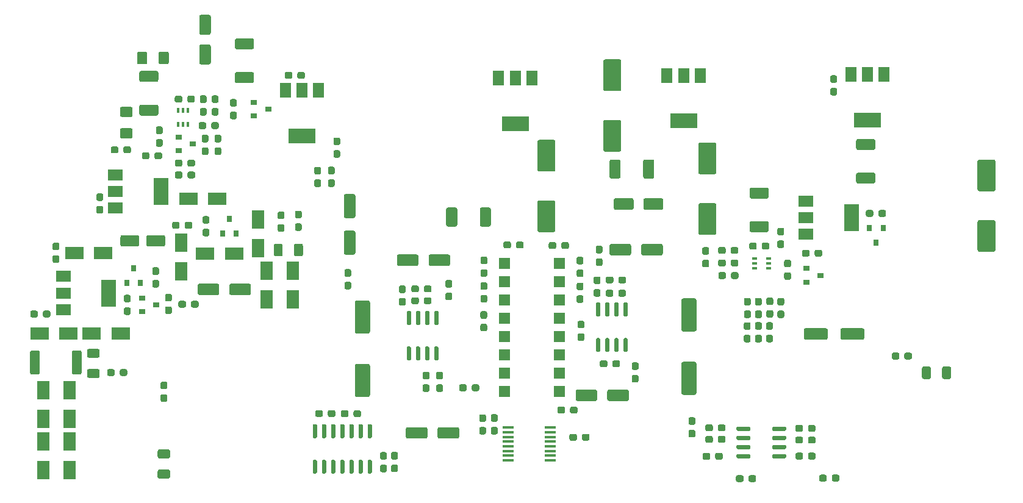
<source format=gbr>
%TF.GenerationSoftware,KiCad,Pcbnew,(5.99.0-1346-gf663f199b)*%
%TF.CreationDate,2020-04-22T12:45:50-04:00*%
%TF.ProjectId,AAMB,41414d42-2e6b-4696-9361-645f70636258,rev?*%
%TF.SameCoordinates,Original*%
%TF.FileFunction,Paste,Top*%
%TF.FilePolarity,Positive*%
%FSLAX46Y46*%
G04 Gerber Fmt 4.6, Leading zero omitted, Abs format (unit mm)*
G04 Created by KiCad (PCBNEW (5.99.0-1346-gf663f199b)) date 2020-04-22 12:45:50*
%MOMM*%
%LPD*%
G01*
G04 APERTURE LIST*
%ADD10R,1.600000X1.600000*%
%ADD11R,0.800000X0.900000*%
%ADD12R,1.500000X2.000000*%
%ADD13R,3.800000X2.000000*%
%ADD14R,2.000000X1.500000*%
%ADD15R,2.000000X3.800000*%
%ADD16R,0.900000X0.800000*%
%ADD17R,0.650000X0.400000*%
%ADD18R,0.400000X0.650000*%
%ADD19R,1.800000X2.500000*%
%ADD20R,2.500000X1.800000*%
%ADD21R,1.500000X0.450000*%
G04 APERTURE END LIST*
D10*
X135669020Y-101836220D03*
X143289020Y-84056220D03*
X135669020Y-99296220D03*
X143289020Y-86596220D03*
X135669020Y-96756220D03*
X143289020Y-89136220D03*
X135669020Y-94216220D03*
X143289020Y-91676220D03*
X135669020Y-91676220D03*
X143289020Y-94216220D03*
X135669020Y-89136220D03*
X143289020Y-96756220D03*
X135669020Y-86596220D03*
X143289020Y-99296220D03*
X135669020Y-84056220D03*
X143289020Y-101836220D03*
G36*
G01*
X148816200Y-91447720D02*
X148516200Y-91447720D01*
G75*
G02*
X148366200Y-91297720I0J150000D01*
G01*
X148366200Y-89647720D01*
G75*
G02*
X148516200Y-89497720I150000J0D01*
G01*
X148816200Y-89497720D01*
G75*
G02*
X148966200Y-89647720I0J-150000D01*
G01*
X148966200Y-91297720D01*
G75*
G02*
X148816200Y-91447720I-150000J0D01*
G01*
G37*
G36*
G01*
X150086200Y-91447720D02*
X149786200Y-91447720D01*
G75*
G02*
X149636200Y-91297720I0J150000D01*
G01*
X149636200Y-89647720D01*
G75*
G02*
X149786200Y-89497720I150000J0D01*
G01*
X150086200Y-89497720D01*
G75*
G02*
X150236200Y-89647720I0J-150000D01*
G01*
X150236200Y-91297720D01*
G75*
G02*
X150086200Y-91447720I-150000J0D01*
G01*
G37*
G36*
G01*
X151356200Y-91447720D02*
X151056200Y-91447720D01*
G75*
G02*
X150906200Y-91297720I0J150000D01*
G01*
X150906200Y-89647720D01*
G75*
G02*
X151056200Y-89497720I150000J0D01*
G01*
X151356200Y-89497720D01*
G75*
G02*
X151506200Y-89647720I0J-150000D01*
G01*
X151506200Y-91297720D01*
G75*
G02*
X151356200Y-91447720I-150000J0D01*
G01*
G37*
G36*
G01*
X152626200Y-91447720D02*
X152326200Y-91447720D01*
G75*
G02*
X152176200Y-91297720I0J150000D01*
G01*
X152176200Y-89647720D01*
G75*
G02*
X152326200Y-89497720I150000J0D01*
G01*
X152626200Y-89497720D01*
G75*
G02*
X152776200Y-89647720I0J-150000D01*
G01*
X152776200Y-91297720D01*
G75*
G02*
X152626200Y-91447720I-150000J0D01*
G01*
G37*
G36*
G01*
X152626200Y-96397720D02*
X152326200Y-96397720D01*
G75*
G02*
X152176200Y-96247720I0J150000D01*
G01*
X152176200Y-94597720D01*
G75*
G02*
X152326200Y-94447720I150000J0D01*
G01*
X152626200Y-94447720D01*
G75*
G02*
X152776200Y-94597720I0J-150000D01*
G01*
X152776200Y-96247720D01*
G75*
G02*
X152626200Y-96397720I-150000J0D01*
G01*
G37*
G36*
G01*
X151356200Y-96397720D02*
X151056200Y-96397720D01*
G75*
G02*
X150906200Y-96247720I0J150000D01*
G01*
X150906200Y-94597720D01*
G75*
G02*
X151056200Y-94447720I150000J0D01*
G01*
X151356200Y-94447720D01*
G75*
G02*
X151506200Y-94597720I0J-150000D01*
G01*
X151506200Y-96247720D01*
G75*
G02*
X151356200Y-96397720I-150000J0D01*
G01*
G37*
G36*
G01*
X150086200Y-96397720D02*
X149786200Y-96397720D01*
G75*
G02*
X149636200Y-96247720I0J150000D01*
G01*
X149636200Y-94597720D01*
G75*
G02*
X149786200Y-94447720I150000J0D01*
G01*
X150086200Y-94447720D01*
G75*
G02*
X150236200Y-94597720I0J-150000D01*
G01*
X150236200Y-96247720D01*
G75*
G02*
X150086200Y-96397720I-150000J0D01*
G01*
G37*
G36*
G01*
X148816200Y-96397720D02*
X148516200Y-96397720D01*
G75*
G02*
X148366200Y-96247720I0J150000D01*
G01*
X148366200Y-94597720D01*
G75*
G02*
X148516200Y-94447720I150000J0D01*
G01*
X148816200Y-94447720D01*
G75*
G02*
X148966200Y-94597720I0J-150000D01*
G01*
X148966200Y-96247720D01*
G75*
G02*
X148816200Y-96397720I-150000J0D01*
G01*
G37*
G36*
G01*
X161928820Y-106511640D02*
X161453820Y-106511640D01*
G75*
G02*
X161216320Y-106274140I0J237500D01*
G01*
X161216320Y-105699140D01*
G75*
G02*
X161453820Y-105461640I237500J0D01*
G01*
X161928820Y-105461640D01*
G75*
G02*
X162166320Y-105699140I0J-237500D01*
G01*
X162166320Y-106274140D01*
G75*
G02*
X161928820Y-106511640I-237500J0D01*
G01*
G37*
G36*
G01*
X161928820Y-108261640D02*
X161453820Y-108261640D01*
G75*
G02*
X161216320Y-108024140I0J237500D01*
G01*
X161216320Y-107449140D01*
G75*
G02*
X161453820Y-107211640I237500J0D01*
G01*
X161928820Y-107211640D01*
G75*
G02*
X162166320Y-107449140I0J-237500D01*
G01*
X162166320Y-108024140D01*
G75*
G02*
X161928820Y-108261640I-237500J0D01*
G01*
G37*
G36*
G01*
X115151000Y-89248500D02*
X116751000Y-89248500D01*
G75*
G02*
X117001000Y-89498500I0J-250000D01*
G01*
X117001000Y-93598500D01*
G75*
G02*
X116751000Y-93848500I-250000J0D01*
G01*
X115151000Y-93848500D01*
G75*
G02*
X114901000Y-93598500I0J250000D01*
G01*
X114901000Y-89498500D01*
G75*
G02*
X115151000Y-89248500I250000J0D01*
G01*
G37*
G36*
G01*
X115151000Y-98048500D02*
X116751000Y-98048500D01*
G75*
G02*
X117001000Y-98298500I0J-250000D01*
G01*
X117001000Y-102398500D01*
G75*
G02*
X116751000Y-102648500I-250000J0D01*
G01*
X115151000Y-102648500D01*
G75*
G02*
X114901000Y-102398500I0J250000D01*
G01*
X114901000Y-98298500D01*
G75*
G02*
X115151000Y-98048500I250000J0D01*
G01*
G37*
G36*
G01*
X126896500Y-100191500D02*
X126421500Y-100191500D01*
G75*
G02*
X126184000Y-99954000I0J237500D01*
G01*
X126184000Y-99379000D01*
G75*
G02*
X126421500Y-99141500I237500J0D01*
G01*
X126896500Y-99141500D01*
G75*
G02*
X127134000Y-99379000I0J-237500D01*
G01*
X127134000Y-99954000D01*
G75*
G02*
X126896500Y-100191500I-237500J0D01*
G01*
G37*
G36*
G01*
X126896500Y-101941500D02*
X126421500Y-101941500D01*
G75*
G02*
X126184000Y-101704000I0J237500D01*
G01*
X126184000Y-101129000D01*
G75*
G02*
X126421500Y-100891500I237500J0D01*
G01*
X126896500Y-100891500D01*
G75*
G02*
X127134000Y-101129000I0J-237500D01*
G01*
X127134000Y-101704000D01*
G75*
G02*
X126896500Y-101941500I-237500J0D01*
G01*
G37*
G36*
G01*
X121726500Y-88216500D02*
X121251500Y-88216500D01*
G75*
G02*
X121014000Y-87979000I0J237500D01*
G01*
X121014000Y-87404000D01*
G75*
G02*
X121251500Y-87166500I237500J0D01*
G01*
X121726500Y-87166500D01*
G75*
G02*
X121964000Y-87404000I0J-237500D01*
G01*
X121964000Y-87979000D01*
G75*
G02*
X121726500Y-88216500I-237500J0D01*
G01*
G37*
G36*
G01*
X121726500Y-89966500D02*
X121251500Y-89966500D01*
G75*
G02*
X121014000Y-89729000I0J237500D01*
G01*
X121014000Y-89154000D01*
G75*
G02*
X121251500Y-88916500I237500J0D01*
G01*
X121726500Y-88916500D01*
G75*
G02*
X121964000Y-89154000I0J-237500D01*
G01*
X121964000Y-89729000D01*
G75*
G02*
X121726500Y-89966500I-237500J0D01*
G01*
G37*
G36*
G01*
X83810000Y-63768000D02*
X82560000Y-63768000D01*
G75*
G02*
X82310000Y-63518000I0J250000D01*
G01*
X82310000Y-62593000D01*
G75*
G02*
X82560000Y-62343000I250000J0D01*
G01*
X83810000Y-62343000D01*
G75*
G02*
X84060000Y-62593000I0J-250000D01*
G01*
X84060000Y-63518000D01*
G75*
G02*
X83810000Y-63768000I-250000J0D01*
G01*
G37*
G36*
G01*
X83810000Y-66743000D02*
X82560000Y-66743000D01*
G75*
G02*
X82310000Y-66493000I0J250000D01*
G01*
X82310000Y-65568000D01*
G75*
G02*
X82560000Y-65318000I250000J0D01*
G01*
X83810000Y-65318000D01*
G75*
G02*
X84060000Y-65568000I0J-250000D01*
G01*
X84060000Y-66493000D01*
G75*
G02*
X83810000Y-66743000I-250000J0D01*
G01*
G37*
G36*
G01*
X87643000Y-56187500D02*
X87643000Y-54937500D01*
G75*
G02*
X87893000Y-54687500I250000J0D01*
G01*
X88818000Y-54687500D01*
G75*
G02*
X89068000Y-54937500I0J-250000D01*
G01*
X89068000Y-56187500D01*
G75*
G02*
X88818000Y-56437500I-250000J0D01*
G01*
X87893000Y-56437500D01*
G75*
G02*
X87643000Y-56187500I0J250000D01*
G01*
G37*
G36*
G01*
X84668000Y-56187500D02*
X84668000Y-54937500D01*
G75*
G02*
X84918000Y-54687500I250000J0D01*
G01*
X85843000Y-54687500D01*
G75*
G02*
X86093000Y-54937500I0J-250000D01*
G01*
X86093000Y-56187500D01*
G75*
G02*
X85843000Y-56437500I-250000J0D01*
G01*
X84918000Y-56437500D01*
G75*
G02*
X84668000Y-56187500I0J250000D01*
G01*
G37*
G36*
G01*
X75631000Y-99278501D02*
X75631000Y-96428499D01*
G75*
G02*
X75880999Y-96178500I249999J0D01*
G01*
X76731001Y-96178500D01*
G75*
G02*
X76981000Y-96428499I0J-249999D01*
G01*
X76981000Y-99278501D01*
G75*
G02*
X76731001Y-99528500I-249999J0D01*
G01*
X75880999Y-99528500D01*
G75*
G02*
X75631000Y-99278501I0J249999D01*
G01*
G37*
G36*
G01*
X69831000Y-99278501D02*
X69831000Y-96428499D01*
G75*
G02*
X70080999Y-96178500I249999J0D01*
G01*
X70931001Y-96178500D01*
G75*
G02*
X71181000Y-96428499I0J-249999D01*
G01*
X71181000Y-99278501D01*
G75*
G02*
X70931001Y-99528500I-249999J0D01*
G01*
X70080999Y-99528500D01*
G75*
G02*
X69831000Y-99278501I0J249999D01*
G01*
G37*
D11*
X187264000Y-81184500D03*
X186314000Y-79184500D03*
X188214000Y-79184500D03*
D12*
X162828000Y-58000500D03*
X158228000Y-58000500D03*
X160528000Y-58000500D03*
D13*
X160528000Y-64300500D03*
D12*
X188355000Y-57873500D03*
X183755000Y-57873500D03*
X186055000Y-57873500D03*
D13*
X186055000Y-64173500D03*
D14*
X177533000Y-75462500D03*
X177533000Y-80062500D03*
X177533000Y-77762500D03*
D15*
X183833000Y-77762500D03*
D16*
X179543000Y-85752500D03*
X177543000Y-86702500D03*
X177543000Y-84802500D03*
X102870000Y-62674500D03*
X100870000Y-63624500D03*
X100870000Y-61724500D03*
D12*
X109869000Y-60057500D03*
X105269000Y-60057500D03*
X107569000Y-60057500D03*
D13*
X107569000Y-66357500D03*
D12*
X139460000Y-58381500D03*
X134860000Y-58381500D03*
X137160000Y-58381500D03*
D13*
X137160000Y-64681500D03*
D14*
X81686000Y-71804500D03*
X81686000Y-76404500D03*
X81686000Y-74104500D03*
D15*
X87986000Y-74104500D03*
D16*
X92440000Y-67500500D03*
X90440000Y-68450500D03*
X90440000Y-66550500D03*
D14*
X74447000Y-85901500D03*
X74447000Y-90501500D03*
X74447000Y-88201500D03*
D15*
X80747000Y-88201500D03*
D11*
X84201000Y-84788500D03*
X85151000Y-86788500D03*
X83251000Y-86788500D03*
X97475000Y-77946500D03*
X98425000Y-79946500D03*
X96525000Y-79946500D03*
D17*
X170403000Y-84742500D03*
X170403000Y-83442500D03*
X172303000Y-84092500D03*
X170403000Y-84092500D03*
X172303000Y-83442500D03*
X172303000Y-84742500D03*
D18*
X90409000Y-62867500D03*
X91709000Y-62867500D03*
X91059000Y-64767500D03*
X91059000Y-62867500D03*
X91709000Y-64767500D03*
X90409000Y-64767500D03*
D16*
X87360000Y-89852500D03*
X85360000Y-90802500D03*
X85360000Y-88902500D03*
G36*
G01*
X172730500Y-89877500D02*
X172255500Y-89877500D01*
G75*
G02*
X172018000Y-89640000I0J237500D01*
G01*
X172018000Y-89065000D01*
G75*
G02*
X172255500Y-88827500I237500J0D01*
G01*
X172730500Y-88827500D01*
G75*
G02*
X172968000Y-89065000I0J-237500D01*
G01*
X172968000Y-89640000D01*
G75*
G02*
X172730500Y-89877500I-237500J0D01*
G01*
G37*
G36*
G01*
X172730500Y-91627500D02*
X172255500Y-91627500D01*
G75*
G02*
X172018000Y-91390000I0J237500D01*
G01*
X172018000Y-90815000D01*
G75*
G02*
X172255500Y-90577500I237500J0D01*
G01*
X172730500Y-90577500D01*
G75*
G02*
X172968000Y-90815000I0J-237500D01*
G01*
X172968000Y-91390000D01*
G75*
G02*
X172730500Y-91627500I-237500J0D01*
G01*
G37*
G36*
G01*
X90977000Y-71581000D02*
X90977000Y-72056000D01*
G75*
G02*
X90739500Y-72293500I-237500J0D01*
G01*
X90164500Y-72293500D01*
G75*
G02*
X89927000Y-72056000I0J237500D01*
G01*
X89927000Y-71581000D01*
G75*
G02*
X90164500Y-71343500I237500J0D01*
G01*
X90739500Y-71343500D01*
G75*
G02*
X90977000Y-71581000I0J-237500D01*
G01*
G37*
G36*
G01*
X92727000Y-71581000D02*
X92727000Y-72056000D01*
G75*
G02*
X92489500Y-72293500I-237500J0D01*
G01*
X91914500Y-72293500D01*
G75*
G02*
X91677000Y-72056000I0J237500D01*
G01*
X91677000Y-71581000D01*
G75*
G02*
X91914500Y-71343500I237500J0D01*
G01*
X92489500Y-71343500D01*
G75*
G02*
X92727000Y-71581000I0J-237500D01*
G01*
G37*
G36*
G01*
X88789500Y-90075500D02*
X89264500Y-90075500D01*
G75*
G02*
X89502000Y-90313000I0J-237500D01*
G01*
X89502000Y-90888000D01*
G75*
G02*
X89264500Y-91125500I-237500J0D01*
G01*
X88789500Y-91125500D01*
G75*
G02*
X88552000Y-90888000I0J237500D01*
G01*
X88552000Y-90313000D01*
G75*
G02*
X88789500Y-90075500I237500J0D01*
G01*
G37*
G36*
G01*
X88789500Y-88325500D02*
X89264500Y-88325500D01*
G75*
G02*
X89502000Y-88563000I0J-237500D01*
G01*
X89502000Y-89138000D01*
G75*
G02*
X89264500Y-89375500I-237500J0D01*
G01*
X88789500Y-89375500D01*
G75*
G02*
X88552000Y-89138000I0J237500D01*
G01*
X88552000Y-88563000D01*
G75*
G02*
X88789500Y-88325500I237500J0D01*
G01*
G37*
G36*
G01*
X142478000Y-71342500D02*
X140478000Y-71342500D01*
G75*
G02*
X140228000Y-71092500I0J250000D01*
G01*
X140228000Y-67192500D01*
G75*
G02*
X140478000Y-66942500I250000J0D01*
G01*
X142478000Y-66942500D01*
G75*
G02*
X142728000Y-67192500I0J-250000D01*
G01*
X142728000Y-71092500D01*
G75*
G02*
X142478000Y-71342500I-250000J0D01*
G01*
G37*
G36*
G01*
X142478000Y-79742500D02*
X140478000Y-79742500D01*
G75*
G02*
X140228000Y-79492500I0J250000D01*
G01*
X140228000Y-75592500D01*
G75*
G02*
X140478000Y-75342500I250000J0D01*
G01*
X142478000Y-75342500D01*
G75*
G02*
X142728000Y-75592500I0J-250000D01*
G01*
X142728000Y-79492500D01*
G75*
G02*
X142478000Y-79742500I-250000J0D01*
G01*
G37*
G36*
G01*
X201565000Y-78082000D02*
X203565000Y-78082000D01*
G75*
G02*
X203815000Y-78332000I0J-250000D01*
G01*
X203815000Y-82232000D01*
G75*
G02*
X203565000Y-82482000I-250000J0D01*
G01*
X201565000Y-82482000D01*
G75*
G02*
X201315000Y-82232000I0J250000D01*
G01*
X201315000Y-78332000D01*
G75*
G02*
X201565000Y-78082000I250000J0D01*
G01*
G37*
G36*
G01*
X201565000Y-69682000D02*
X203565000Y-69682000D01*
G75*
G02*
X203815000Y-69932000I0J-250000D01*
G01*
X203815000Y-73832000D01*
G75*
G02*
X203565000Y-74082000I-250000J0D01*
G01*
X201565000Y-74082000D01*
G75*
G02*
X201315000Y-73832000I0J250000D01*
G01*
X201315000Y-69932000D01*
G75*
G02*
X201565000Y-69682000I250000J0D01*
G01*
G37*
G36*
G01*
X169115500Y-94017500D02*
X169590500Y-94017500D01*
G75*
G02*
X169828000Y-94255000I0J-237500D01*
G01*
X169828000Y-94830000D01*
G75*
G02*
X169590500Y-95067500I-237500J0D01*
G01*
X169115500Y-95067500D01*
G75*
G02*
X168878000Y-94830000I0J237500D01*
G01*
X168878000Y-94255000D01*
G75*
G02*
X169115500Y-94017500I237500J0D01*
G01*
G37*
G36*
G01*
X169115500Y-92267500D02*
X169590500Y-92267500D01*
G75*
G02*
X169828000Y-92505000I0J-237500D01*
G01*
X169828000Y-93080000D01*
G75*
G02*
X169590500Y-93317500I-237500J0D01*
G01*
X169115500Y-93317500D01*
G75*
G02*
X168878000Y-93080000I0J237500D01*
G01*
X168878000Y-92505000D01*
G75*
G02*
X169115500Y-92267500I237500J0D01*
G01*
G37*
G36*
G01*
X180538000Y-93342500D02*
X180538000Y-94442500D01*
G75*
G02*
X180288000Y-94692500I-250000J0D01*
G01*
X177463000Y-94692500D01*
G75*
G02*
X177213000Y-94442500I0J250000D01*
G01*
X177213000Y-93342500D01*
G75*
G02*
X177463000Y-93092500I250000J0D01*
G01*
X180288000Y-93092500D01*
G75*
G02*
X180538000Y-93342500I0J-250000D01*
G01*
G37*
G36*
G01*
X185613000Y-93342500D02*
X185613000Y-94442500D01*
G75*
G02*
X185363000Y-94692500I-250000J0D01*
G01*
X182538000Y-94692500D01*
G75*
G02*
X182288000Y-94442500I0J250000D01*
G01*
X182288000Y-93342500D01*
G75*
G02*
X182538000Y-93092500I250000J0D01*
G01*
X185363000Y-93092500D01*
G75*
G02*
X185613000Y-93342500I0J-250000D01*
G01*
G37*
G36*
G01*
X178718000Y-82920000D02*
X178718000Y-82445000D01*
G75*
G02*
X178955500Y-82207500I237500J0D01*
G01*
X179530500Y-82207500D01*
G75*
G02*
X179768000Y-82445000I0J-237500D01*
G01*
X179768000Y-82920000D01*
G75*
G02*
X179530500Y-83157500I-237500J0D01*
G01*
X178955500Y-83157500D01*
G75*
G02*
X178718000Y-82920000I0J237500D01*
G01*
G37*
G36*
G01*
X176968000Y-82920000D02*
X176968000Y-82445000D01*
G75*
G02*
X177205500Y-82207500I237500J0D01*
G01*
X177780500Y-82207500D01*
G75*
G02*
X178018000Y-82445000I0J-237500D01*
G01*
X178018000Y-82920000D01*
G75*
G02*
X177780500Y-83157500I-237500J0D01*
G01*
X177205500Y-83157500D01*
G75*
G02*
X176968000Y-82920000I0J237500D01*
G01*
G37*
G36*
G01*
X154946500Y-76399500D02*
X154946500Y-75299500D01*
G75*
G02*
X155196500Y-75049500I250000J0D01*
G01*
X157471500Y-75049500D01*
G75*
G02*
X157721500Y-75299500I0J-250000D01*
G01*
X157721500Y-76399500D01*
G75*
G02*
X157471500Y-76649500I-250000J0D01*
G01*
X155196500Y-76649500D01*
G75*
G02*
X154946500Y-76399500I0J250000D01*
G01*
G37*
G36*
G01*
X150821500Y-76399500D02*
X150821500Y-75299500D01*
G75*
G02*
X151071500Y-75049500I250000J0D01*
G01*
X153346500Y-75049500D01*
G75*
G02*
X153596500Y-75299500I0J-250000D01*
G01*
X153596500Y-76399500D01*
G75*
G02*
X153346500Y-76649500I-250000J0D01*
G01*
X151071500Y-76649500D01*
G75*
G02*
X150821500Y-76399500I0J250000D01*
G01*
G37*
G36*
G01*
X167103000Y-86020000D02*
X167103000Y-85545000D01*
G75*
G02*
X167340500Y-85307500I237500J0D01*
G01*
X167915500Y-85307500D01*
G75*
G02*
X168153000Y-85545000I0J-237500D01*
G01*
X168153000Y-86020000D01*
G75*
G02*
X167915500Y-86257500I-237500J0D01*
G01*
X167340500Y-86257500D01*
G75*
G02*
X167103000Y-86020000I0J237500D01*
G01*
G37*
G36*
G01*
X165353000Y-86020000D02*
X165353000Y-85545000D01*
G75*
G02*
X165590500Y-85307500I237500J0D01*
G01*
X166165500Y-85307500D01*
G75*
G02*
X166403000Y-85545000I0J-237500D01*
G01*
X166403000Y-86020000D01*
G75*
G02*
X166165500Y-86257500I-237500J0D01*
G01*
X165590500Y-86257500D01*
G75*
G02*
X165353000Y-86020000I0J237500D01*
G01*
G37*
G36*
G01*
X151622000Y-60166500D02*
X149622000Y-60166500D01*
G75*
G02*
X149372000Y-59916500I0J250000D01*
G01*
X149372000Y-56016500D01*
G75*
G02*
X149622000Y-55766500I250000J0D01*
G01*
X151622000Y-55766500D01*
G75*
G02*
X151872000Y-56016500I0J-250000D01*
G01*
X151872000Y-59916500D01*
G75*
G02*
X151622000Y-60166500I-250000J0D01*
G01*
G37*
G36*
G01*
X151622000Y-68566500D02*
X149622000Y-68566500D01*
G75*
G02*
X149372000Y-68316500I0J250000D01*
G01*
X149372000Y-64416500D01*
G75*
G02*
X149622000Y-64166500I250000J0D01*
G01*
X151622000Y-64166500D01*
G75*
G02*
X151872000Y-64416500I0J-250000D01*
G01*
X151872000Y-68316500D01*
G75*
G02*
X151622000Y-68566500I-250000J0D01*
G01*
G37*
G36*
G01*
X162830000Y-75723500D02*
X164830000Y-75723500D01*
G75*
G02*
X165080000Y-75973500I0J-250000D01*
G01*
X165080000Y-79873500D01*
G75*
G02*
X164830000Y-80123500I-250000J0D01*
G01*
X162830000Y-80123500D01*
G75*
G02*
X162580000Y-79873500I0J250000D01*
G01*
X162580000Y-75973500D01*
G75*
G02*
X162830000Y-75723500I250000J0D01*
G01*
G37*
G36*
G01*
X162830000Y-67323500D02*
X164830000Y-67323500D01*
G75*
G02*
X165080000Y-67573500I0J-250000D01*
G01*
X165080000Y-71473500D01*
G75*
G02*
X164830000Y-71723500I-250000J0D01*
G01*
X162830000Y-71723500D01*
G75*
G02*
X162580000Y-71473500I0J250000D01*
G01*
X162580000Y-67573500D01*
G75*
G02*
X162830000Y-67323500I250000J0D01*
G01*
G37*
G36*
G01*
X106917000Y-58213000D02*
X106917000Y-57738000D01*
G75*
G02*
X107154500Y-57500500I237500J0D01*
G01*
X107729500Y-57500500D01*
G75*
G02*
X107967000Y-57738000I0J-237500D01*
G01*
X107967000Y-58213000D01*
G75*
G02*
X107729500Y-58450500I-237500J0D01*
G01*
X107154500Y-58450500D01*
G75*
G02*
X106917000Y-58213000I0J237500D01*
G01*
G37*
G36*
G01*
X105167000Y-58213000D02*
X105167000Y-57738000D01*
G75*
G02*
X105404500Y-57500500I237500J0D01*
G01*
X105979500Y-57500500D01*
G75*
G02*
X106217000Y-57738000I0J-237500D01*
G01*
X106217000Y-58213000D01*
G75*
G02*
X105979500Y-58450500I-237500J0D01*
G01*
X105404500Y-58450500D01*
G75*
G02*
X105167000Y-58213000I0J237500D01*
G01*
G37*
G36*
G01*
X114723000Y-77801500D02*
X113623000Y-77801500D01*
G75*
G02*
X113373000Y-77551500I0J250000D01*
G01*
X113373000Y-74726500D01*
G75*
G02*
X113623000Y-74476500I250000J0D01*
G01*
X114723000Y-74476500D01*
G75*
G02*
X114973000Y-74726500I0J-250000D01*
G01*
X114973000Y-77551500D01*
G75*
G02*
X114723000Y-77801500I-250000J0D01*
G01*
G37*
G36*
G01*
X114723000Y-82876500D02*
X113623000Y-82876500D01*
G75*
G02*
X113373000Y-82626500I0J250000D01*
G01*
X113373000Y-79801500D01*
G75*
G02*
X113623000Y-79551500I250000J0D01*
G01*
X114723000Y-79551500D01*
G75*
G02*
X114973000Y-79801500I0J-250000D01*
G01*
X114973000Y-82626500D01*
G75*
G02*
X114723000Y-82876500I-250000J0D01*
G01*
G37*
G36*
G01*
X79739500Y-75419500D02*
X79264500Y-75419500D01*
G75*
G02*
X79027000Y-75182000I0J237500D01*
G01*
X79027000Y-74607000D01*
G75*
G02*
X79264500Y-74369500I237500J0D01*
G01*
X79739500Y-74369500D01*
G75*
G02*
X79977000Y-74607000I0J-237500D01*
G01*
X79977000Y-75182000D01*
G75*
G02*
X79739500Y-75419500I-237500J0D01*
G01*
G37*
G36*
G01*
X79739500Y-77169500D02*
X79264500Y-77169500D01*
G75*
G02*
X79027000Y-76932000I0J237500D01*
G01*
X79027000Y-76357000D01*
G75*
G02*
X79264500Y-76119500I237500J0D01*
G01*
X79739500Y-76119500D01*
G75*
G02*
X79977000Y-76357000I0J-237500D01*
G01*
X79977000Y-76932000D01*
G75*
G02*
X79739500Y-77169500I-237500J0D01*
G01*
G37*
G36*
G01*
X93557000Y-53697500D02*
X94657000Y-53697500D01*
G75*
G02*
X94907000Y-53947500I0J-250000D01*
G01*
X94907000Y-56222500D01*
G75*
G02*
X94657000Y-56472500I-250000J0D01*
G01*
X93557000Y-56472500D01*
G75*
G02*
X93307000Y-56222500I0J250000D01*
G01*
X93307000Y-53947500D01*
G75*
G02*
X93557000Y-53697500I250000J0D01*
G01*
G37*
G36*
G01*
X93557000Y-49572500D02*
X94657000Y-49572500D01*
G75*
G02*
X94907000Y-49822500I0J-250000D01*
G01*
X94907000Y-52097500D01*
G75*
G02*
X94657000Y-52347500I-250000J0D01*
G01*
X93557000Y-52347500D01*
G75*
G02*
X93307000Y-52097500I0J250000D01*
G01*
X93307000Y-49822500D01*
G75*
G02*
X93557000Y-49572500I250000J0D01*
G01*
G37*
G36*
G01*
X93615500Y-62516500D02*
X94090500Y-62516500D01*
G75*
G02*
X94328000Y-62754000I0J-237500D01*
G01*
X94328000Y-63329000D01*
G75*
G02*
X94090500Y-63566500I-237500J0D01*
G01*
X93615500Y-63566500D01*
G75*
G02*
X93378000Y-63329000I0J237500D01*
G01*
X93378000Y-62754000D01*
G75*
G02*
X93615500Y-62516500I237500J0D01*
G01*
G37*
G36*
G01*
X93615500Y-60766500D02*
X94090500Y-60766500D01*
G75*
G02*
X94328000Y-61004000I0J-237500D01*
G01*
X94328000Y-61579000D01*
G75*
G02*
X94090500Y-61816500I-237500J0D01*
G01*
X93615500Y-61816500D01*
G75*
G02*
X93378000Y-61579000I0J237500D01*
G01*
X93378000Y-61004000D01*
G75*
G02*
X93615500Y-60766500I237500J0D01*
G01*
G37*
G36*
G01*
X123729000Y-83106500D02*
X123729000Y-84206500D01*
G75*
G02*
X123479000Y-84456500I-250000J0D01*
G01*
X120979000Y-84456500D01*
G75*
G02*
X120729000Y-84206500I0J250000D01*
G01*
X120729000Y-83106500D01*
G75*
G02*
X120979000Y-82856500I250000J0D01*
G01*
X123479000Y-82856500D01*
G75*
G02*
X123729000Y-83106500I0J-250000D01*
G01*
G37*
G36*
G01*
X128129000Y-83106500D02*
X128129000Y-84206500D01*
G75*
G02*
X127879000Y-84456500I-250000J0D01*
G01*
X125379000Y-84456500D01*
G75*
G02*
X125129000Y-84206500I0J250000D01*
G01*
X125129000Y-83106500D01*
G75*
G02*
X125379000Y-82856500I250000J0D01*
G01*
X127879000Y-82856500D01*
G75*
G02*
X128129000Y-83106500I0J-250000D01*
G01*
G37*
G36*
G01*
X154653000Y-82732500D02*
X154653000Y-81632500D01*
G75*
G02*
X154903000Y-81382500I250000J0D01*
G01*
X157403000Y-81382500D01*
G75*
G02*
X157653000Y-81632500I0J-250000D01*
G01*
X157653000Y-82732500D01*
G75*
G02*
X157403000Y-82982500I-250000J0D01*
G01*
X154903000Y-82982500D01*
G75*
G02*
X154653000Y-82732500I0J250000D01*
G01*
G37*
G36*
G01*
X150253000Y-82732500D02*
X150253000Y-81632500D01*
G75*
G02*
X150503000Y-81382500I250000J0D01*
G01*
X153003000Y-81382500D01*
G75*
G02*
X153253000Y-81632500I0J-250000D01*
G01*
X153253000Y-82732500D01*
G75*
G02*
X153003000Y-82982500I-250000J0D01*
G01*
X150503000Y-82982500D01*
G75*
G02*
X150253000Y-82732500I0J250000D01*
G01*
G37*
G36*
G01*
X124989000Y-107082500D02*
X124989000Y-108182500D01*
G75*
G02*
X124739000Y-108432500I-250000J0D01*
G01*
X122239000Y-108432500D01*
G75*
G02*
X121989000Y-108182500I0J250000D01*
G01*
X121989000Y-107082500D01*
G75*
G02*
X122239000Y-106832500I250000J0D01*
G01*
X124739000Y-106832500D01*
G75*
G02*
X124989000Y-107082500I0J-250000D01*
G01*
G37*
G36*
G01*
X129389000Y-107082500D02*
X129389000Y-108182500D01*
G75*
G02*
X129139000Y-108432500I-250000J0D01*
G01*
X126639000Y-108432500D01*
G75*
G02*
X126389000Y-108182500I0J250000D01*
G01*
X126389000Y-107082500D01*
G75*
G02*
X126639000Y-106832500I250000J0D01*
G01*
X129139000Y-106832500D01*
G75*
G02*
X129389000Y-107082500I0J-250000D01*
G01*
G37*
G36*
G01*
X149933000Y-102962500D02*
X149933000Y-101862500D01*
G75*
G02*
X150183000Y-101612500I250000J0D01*
G01*
X152683000Y-101612500D01*
G75*
G02*
X152933000Y-101862500I0J-250000D01*
G01*
X152933000Y-102962500D01*
G75*
G02*
X152683000Y-103212500I-250000J0D01*
G01*
X150183000Y-103212500D01*
G75*
G02*
X149933000Y-102962500I0J250000D01*
G01*
G37*
G36*
G01*
X145533000Y-102962500D02*
X145533000Y-101862500D01*
G75*
G02*
X145783000Y-101612500I250000J0D01*
G01*
X148283000Y-101612500D01*
G75*
G02*
X148533000Y-101862500I0J-250000D01*
G01*
X148533000Y-102962500D01*
G75*
G02*
X148283000Y-103212500I-250000J0D01*
G01*
X145783000Y-103212500D01*
G75*
G02*
X145533000Y-102962500I0J250000D01*
G01*
G37*
G36*
G01*
X87767000Y-112725500D02*
X89017000Y-112725500D01*
G75*
G02*
X89267000Y-112975500I0J-250000D01*
G01*
X89267000Y-113725500D01*
G75*
G02*
X89017000Y-113975500I-250000J0D01*
G01*
X87767000Y-113975500D01*
G75*
G02*
X87517000Y-113725500I0J250000D01*
G01*
X87517000Y-112975500D01*
G75*
G02*
X87767000Y-112725500I250000J0D01*
G01*
G37*
G36*
G01*
X87767000Y-109925500D02*
X89017000Y-109925500D01*
G75*
G02*
X89267000Y-110175500I0J-250000D01*
G01*
X89267000Y-110925500D01*
G75*
G02*
X89017000Y-111175500I-250000J0D01*
G01*
X87767000Y-111175500D01*
G75*
G02*
X87517000Y-110925500I0J250000D01*
G01*
X87517000Y-110175500D01*
G75*
G02*
X87767000Y-109925500I250000J0D01*
G01*
G37*
G36*
G01*
X196408000Y-99907500D02*
X196408000Y-98657500D01*
G75*
G02*
X196658000Y-98407500I250000J0D01*
G01*
X197408000Y-98407500D01*
G75*
G02*
X197658000Y-98657500I0J-250000D01*
G01*
X197658000Y-99907500D01*
G75*
G02*
X197408000Y-100157500I-250000J0D01*
G01*
X196658000Y-100157500D01*
G75*
G02*
X196408000Y-99907500I0J250000D01*
G01*
G37*
G36*
G01*
X193608000Y-99907500D02*
X193608000Y-98657500D01*
G75*
G02*
X193858000Y-98407500I250000J0D01*
G01*
X194608000Y-98407500D01*
G75*
G02*
X194858000Y-98657500I0J-250000D01*
G01*
X194858000Y-99907500D01*
G75*
G02*
X194608000Y-100157500I-250000J0D01*
G01*
X193858000Y-100157500D01*
G75*
G02*
X193608000Y-99907500I0J250000D01*
G01*
G37*
G36*
G01*
X84971000Y-80412500D02*
X84971000Y-81512500D01*
G75*
G02*
X84721000Y-81762500I-250000J0D01*
G01*
X82621000Y-81762500D01*
G75*
G02*
X82371000Y-81512500I0J250000D01*
G01*
X82371000Y-80412500D01*
G75*
G02*
X82621000Y-80162500I250000J0D01*
G01*
X84721000Y-80162500D01*
G75*
G02*
X84971000Y-80412500I0J-250000D01*
G01*
G37*
G36*
G01*
X88571000Y-80412500D02*
X88571000Y-81512500D01*
G75*
G02*
X88321000Y-81762500I-250000J0D01*
G01*
X86221000Y-81762500D01*
G75*
G02*
X85971000Y-81512500I0J250000D01*
G01*
X85971000Y-80412500D01*
G75*
G02*
X86221000Y-80162500I250000J0D01*
G01*
X88321000Y-80162500D01*
G75*
G02*
X88571000Y-80412500I0J-250000D01*
G01*
G37*
G36*
G01*
X97474000Y-88243500D02*
X97474000Y-87143500D01*
G75*
G02*
X97724000Y-86893500I250000J0D01*
G01*
X100224000Y-86893500D01*
G75*
G02*
X100474000Y-87143500I0J-250000D01*
G01*
X100474000Y-88243500D01*
G75*
G02*
X100224000Y-88493500I-250000J0D01*
G01*
X97724000Y-88493500D01*
G75*
G02*
X97474000Y-88243500I0J250000D01*
G01*
G37*
G36*
G01*
X93074000Y-88243500D02*
X93074000Y-87143500D01*
G75*
G02*
X93324000Y-86893500I250000J0D01*
G01*
X95824000Y-86893500D01*
G75*
G02*
X96074000Y-87143500I0J-250000D01*
G01*
X96074000Y-88243500D01*
G75*
G02*
X95824000Y-88493500I-250000J0D01*
G01*
X93324000Y-88493500D01*
G75*
G02*
X93074000Y-88243500I0J250000D01*
G01*
G37*
G36*
G01*
X104892000Y-81607500D02*
X104892000Y-82857500D01*
G75*
G02*
X104642000Y-83107500I-250000J0D01*
G01*
X103892000Y-83107500D01*
G75*
G02*
X103642000Y-82857500I0J250000D01*
G01*
X103642000Y-81607500D01*
G75*
G02*
X103892000Y-81357500I250000J0D01*
G01*
X104642000Y-81357500D01*
G75*
G02*
X104892000Y-81607500I0J-250000D01*
G01*
G37*
G36*
G01*
X107692000Y-81607500D02*
X107692000Y-82857500D01*
G75*
G02*
X107442000Y-83107500I-250000J0D01*
G01*
X106692000Y-83107500D01*
G75*
G02*
X106442000Y-82857500I0J250000D01*
G01*
X106442000Y-81607500D01*
G75*
G02*
X106692000Y-81357500I250000J0D01*
G01*
X107442000Y-81357500D01*
G75*
G02*
X107692000Y-81607500I0J-250000D01*
G01*
G37*
G36*
G01*
X79238000Y-97205500D02*
X77988000Y-97205500D01*
G75*
G02*
X77738000Y-96955500I0J250000D01*
G01*
X77738000Y-96205500D01*
G75*
G02*
X77988000Y-95955500I250000J0D01*
G01*
X79238000Y-95955500D01*
G75*
G02*
X79488000Y-96205500I0J-250000D01*
G01*
X79488000Y-96955500D01*
G75*
G02*
X79238000Y-97205500I-250000J0D01*
G01*
G37*
G36*
G01*
X79238000Y-100005500D02*
X77988000Y-100005500D01*
G75*
G02*
X77738000Y-99755500I0J250000D01*
G01*
X77738000Y-99005500D01*
G75*
G02*
X77988000Y-98755500I250000J0D01*
G01*
X79238000Y-98755500D01*
G75*
G02*
X79488000Y-99005500I0J-250000D01*
G01*
X79488000Y-99755500D01*
G75*
G02*
X79238000Y-100005500I-250000J0D01*
G01*
G37*
D19*
X106299000Y-89090500D03*
X106299000Y-85090500D03*
X102616000Y-89090500D03*
X102616000Y-85090500D03*
X75311000Y-108807500D03*
X75311000Y-112807500D03*
X71628000Y-105695500D03*
X71628000Y-101695500D03*
D20*
X71120000Y-93789500D03*
X75120000Y-93789500D03*
X75978000Y-82613500D03*
X79978000Y-82613500D03*
X91821000Y-75120500D03*
X95821000Y-75120500D03*
X94139000Y-82740500D03*
X98139000Y-82740500D03*
D19*
X101473000Y-77978500D03*
X101473000Y-81978500D03*
X90805000Y-81216500D03*
X90805000Y-85216500D03*
D20*
X78391000Y-93789500D03*
X82391000Y-93789500D03*
G36*
G01*
X122739000Y-87874000D02*
X122739000Y-87399000D01*
G75*
G02*
X122976500Y-87161500I237500J0D01*
G01*
X123551500Y-87161500D01*
G75*
G02*
X123789000Y-87399000I0J-237500D01*
G01*
X123789000Y-87874000D01*
G75*
G02*
X123551500Y-88111500I-237500J0D01*
G01*
X122976500Y-88111500D01*
G75*
G02*
X122739000Y-87874000I0J237500D01*
G01*
G37*
G36*
G01*
X124489000Y-87874000D02*
X124489000Y-87399000D01*
G75*
G02*
X124726500Y-87161500I237500J0D01*
G01*
X125301500Y-87161500D01*
G75*
G02*
X125539000Y-87399000I0J-237500D01*
G01*
X125539000Y-87874000D01*
G75*
G02*
X125301500Y-88111500I-237500J0D01*
G01*
X124726500Y-88111500D01*
G75*
G02*
X124489000Y-87874000I0J237500D01*
G01*
G37*
G36*
G01*
X165968000Y-110640000D02*
X165968000Y-111115000D01*
G75*
G02*
X165730500Y-111352500I-237500J0D01*
G01*
X165155500Y-111352500D01*
G75*
G02*
X164918000Y-111115000I0J237500D01*
G01*
X164918000Y-110640000D01*
G75*
G02*
X165155500Y-110402500I237500J0D01*
G01*
X165730500Y-110402500D01*
G75*
G02*
X165968000Y-110640000I0J-237500D01*
G01*
G37*
G36*
G01*
X164218000Y-110640000D02*
X164218000Y-111115000D01*
G75*
G02*
X163980500Y-111352500I-237500J0D01*
G01*
X163405500Y-111352500D01*
G75*
G02*
X163168000Y-111115000I0J237500D01*
G01*
X163168000Y-110640000D01*
G75*
G02*
X163405500Y-110402500I237500J0D01*
G01*
X163980500Y-110402500D01*
G75*
G02*
X164218000Y-110640000I0J-237500D01*
G01*
G37*
G36*
G01*
X177093000Y-106765000D02*
X177093000Y-107240000D01*
G75*
G02*
X176855500Y-107477500I-237500J0D01*
G01*
X176280500Y-107477500D01*
G75*
G02*
X176043000Y-107240000I0J237500D01*
G01*
X176043000Y-106765000D01*
G75*
G02*
X176280500Y-106527500I237500J0D01*
G01*
X176855500Y-106527500D01*
G75*
G02*
X177093000Y-106765000I0J-237500D01*
G01*
G37*
G36*
G01*
X178843000Y-106765000D02*
X178843000Y-107240000D01*
G75*
G02*
X178605500Y-107477500I-237500J0D01*
G01*
X178030500Y-107477500D01*
G75*
G02*
X177793000Y-107240000I0J237500D01*
G01*
X177793000Y-106765000D01*
G75*
G02*
X178030500Y-106527500I237500J0D01*
G01*
X178605500Y-106527500D01*
G75*
G02*
X178843000Y-106765000I0J-237500D01*
G01*
G37*
G36*
G01*
X148750500Y-88717500D02*
X148275500Y-88717500D01*
G75*
G02*
X148038000Y-88480000I0J237500D01*
G01*
X148038000Y-87905000D01*
G75*
G02*
X148275500Y-87667500I237500J0D01*
G01*
X148750500Y-87667500D01*
G75*
G02*
X148988000Y-87905000I0J-237500D01*
G01*
X148988000Y-88480000D01*
G75*
G02*
X148750500Y-88717500I-237500J0D01*
G01*
G37*
G36*
G01*
X148750500Y-86967500D02*
X148275500Y-86967500D01*
G75*
G02*
X148038000Y-86730000I0J237500D01*
G01*
X148038000Y-86155000D01*
G75*
G02*
X148275500Y-85917500I237500J0D01*
G01*
X148750500Y-85917500D01*
G75*
G02*
X148988000Y-86155000I0J-237500D01*
G01*
X148988000Y-86730000D01*
G75*
G02*
X148750500Y-86967500I-237500J0D01*
G01*
G37*
G36*
G01*
X154040500Y-98882500D02*
X153565500Y-98882500D01*
G75*
G02*
X153328000Y-98645000I0J237500D01*
G01*
X153328000Y-98070000D01*
G75*
G02*
X153565500Y-97832500I237500J0D01*
G01*
X154040500Y-97832500D01*
G75*
G02*
X154278000Y-98070000I0J-237500D01*
G01*
X154278000Y-98645000D01*
G75*
G02*
X154040500Y-98882500I-237500J0D01*
G01*
G37*
G36*
G01*
X154040500Y-100632500D02*
X153565500Y-100632500D01*
G75*
G02*
X153328000Y-100395000I0J237500D01*
G01*
X153328000Y-99820000D01*
G75*
G02*
X153565500Y-99582500I237500J0D01*
G01*
X154040500Y-99582500D01*
G75*
G02*
X154278000Y-99820000I0J-237500D01*
G01*
X154278000Y-100395000D01*
G75*
G02*
X154040500Y-100632500I-237500J0D01*
G01*
G37*
G36*
G01*
X138320000Y-81296500D02*
X138320000Y-81771500D01*
G75*
G02*
X138082500Y-82009000I-237500J0D01*
G01*
X137507500Y-82009000D01*
G75*
G02*
X137270000Y-81771500I0J237500D01*
G01*
X137270000Y-81296500D01*
G75*
G02*
X137507500Y-81059000I237500J0D01*
G01*
X138082500Y-81059000D01*
G75*
G02*
X138320000Y-81296500I0J-237500D01*
G01*
G37*
G36*
G01*
X136570000Y-81296500D02*
X136570000Y-81771500D01*
G75*
G02*
X136332500Y-82009000I-237500J0D01*
G01*
X135757500Y-82009000D01*
G75*
G02*
X135520000Y-81771500I0J237500D01*
G01*
X135520000Y-81296500D01*
G75*
G02*
X135757500Y-81059000I237500J0D01*
G01*
X136332500Y-81059000D01*
G75*
G02*
X136570000Y-81296500I0J-237500D01*
G01*
G37*
G36*
G01*
X132585500Y-84902500D02*
X133060500Y-84902500D01*
G75*
G02*
X133298000Y-85140000I0J-237500D01*
G01*
X133298000Y-85715000D01*
G75*
G02*
X133060500Y-85952500I-237500J0D01*
G01*
X132585500Y-85952500D01*
G75*
G02*
X132348000Y-85715000I0J237500D01*
G01*
X132348000Y-85140000D01*
G75*
G02*
X132585500Y-84902500I237500J0D01*
G01*
G37*
G36*
G01*
X132585500Y-83152500D02*
X133060500Y-83152500D01*
G75*
G02*
X133298000Y-83390000I0J-237500D01*
G01*
X133298000Y-83965000D01*
G75*
G02*
X133060500Y-84202500I-237500J0D01*
G01*
X132585500Y-84202500D01*
G75*
G02*
X132348000Y-83965000I0J237500D01*
G01*
X132348000Y-83390000D01*
G75*
G02*
X132585500Y-83152500I237500J0D01*
G01*
G37*
G36*
G01*
X141803000Y-81850000D02*
X141803000Y-81375000D01*
G75*
G02*
X142040500Y-81137500I237500J0D01*
G01*
X142615500Y-81137500D01*
G75*
G02*
X142853000Y-81375000I0J-237500D01*
G01*
X142853000Y-81850000D01*
G75*
G02*
X142615500Y-82087500I-237500J0D01*
G01*
X142040500Y-82087500D01*
G75*
G02*
X141803000Y-81850000I0J237500D01*
G01*
G37*
G36*
G01*
X143553000Y-81850000D02*
X143553000Y-81375000D01*
G75*
G02*
X143790500Y-81137500I237500J0D01*
G01*
X144365500Y-81137500D01*
G75*
G02*
X144603000Y-81375000I0J-237500D01*
G01*
X144603000Y-81850000D01*
G75*
G02*
X144365500Y-82087500I-237500J0D01*
G01*
X143790500Y-82087500D01*
G75*
G02*
X143553000Y-81850000I0J237500D01*
G01*
G37*
G36*
G01*
X145905500Y-84932500D02*
X146380500Y-84932500D01*
G75*
G02*
X146618000Y-85170000I0J-237500D01*
G01*
X146618000Y-85745000D01*
G75*
G02*
X146380500Y-85982500I-237500J0D01*
G01*
X145905500Y-85982500D01*
G75*
G02*
X145668000Y-85745000I0J237500D01*
G01*
X145668000Y-85170000D01*
G75*
G02*
X145905500Y-84932500I237500J0D01*
G01*
G37*
G36*
G01*
X145905500Y-83182500D02*
X146380500Y-83182500D01*
G75*
G02*
X146618000Y-83420000I0J-237500D01*
G01*
X146618000Y-83995000D01*
G75*
G02*
X146380500Y-84232500I-237500J0D01*
G01*
X145905500Y-84232500D01*
G75*
G02*
X145668000Y-83995000I0J237500D01*
G01*
X145668000Y-83420000D01*
G75*
G02*
X145905500Y-83182500I237500J0D01*
G01*
G37*
G36*
G01*
X118634500Y-110296500D02*
X119109500Y-110296500D01*
G75*
G02*
X119347000Y-110534000I0J-237500D01*
G01*
X119347000Y-111109000D01*
G75*
G02*
X119109500Y-111346500I-237500J0D01*
G01*
X118634500Y-111346500D01*
G75*
G02*
X118397000Y-111109000I0J237500D01*
G01*
X118397000Y-110534000D01*
G75*
G02*
X118634500Y-110296500I237500J0D01*
G01*
G37*
G36*
G01*
X118634500Y-112046500D02*
X119109500Y-112046500D01*
G75*
G02*
X119347000Y-112284000I0J-237500D01*
G01*
X119347000Y-112859000D01*
G75*
G02*
X119109500Y-113096500I-237500J0D01*
G01*
X118634500Y-113096500D01*
G75*
G02*
X118397000Y-112859000I0J237500D01*
G01*
X118397000Y-112284000D01*
G75*
G02*
X118634500Y-112046500I237500J0D01*
G01*
G37*
G36*
G01*
X146423000Y-108480000D02*
X146423000Y-108005000D01*
G75*
G02*
X146660500Y-107767500I237500J0D01*
G01*
X147235500Y-107767500D01*
G75*
G02*
X147473000Y-108005000I0J-237500D01*
G01*
X147473000Y-108480000D01*
G75*
G02*
X147235500Y-108717500I-237500J0D01*
G01*
X146660500Y-108717500D01*
G75*
G02*
X146423000Y-108480000I0J237500D01*
G01*
G37*
G36*
G01*
X144673000Y-108480000D02*
X144673000Y-108005000D01*
G75*
G02*
X144910500Y-107767500I237500J0D01*
G01*
X145485500Y-107767500D01*
G75*
G02*
X145723000Y-108005000I0J-237500D01*
G01*
X145723000Y-108480000D01*
G75*
G02*
X145485500Y-108717500I-237500J0D01*
G01*
X144910500Y-108717500D01*
G75*
G02*
X144673000Y-108480000I0J237500D01*
G01*
G37*
D19*
X71628000Y-108807500D03*
X71628000Y-112807500D03*
X75311000Y-101695500D03*
X75311000Y-105695500D03*
G36*
G01*
X83315000Y-99013000D02*
X83315000Y-99488000D01*
G75*
G02*
X83077500Y-99725500I-237500J0D01*
G01*
X82502500Y-99725500D01*
G75*
G02*
X82265000Y-99488000I0J237500D01*
G01*
X82265000Y-99013000D01*
G75*
G02*
X82502500Y-98775500I237500J0D01*
G01*
X83077500Y-98775500D01*
G75*
G02*
X83315000Y-99013000I0J-237500D01*
G01*
G37*
G36*
G01*
X81565000Y-99013000D02*
X81565000Y-99488000D01*
G75*
G02*
X81327500Y-99725500I-237500J0D01*
G01*
X80752500Y-99725500D01*
G75*
G02*
X80515000Y-99488000I0J237500D01*
G01*
X80515000Y-99013000D01*
G75*
G02*
X80752500Y-98775500I237500J0D01*
G01*
X81327500Y-98775500D01*
G75*
G02*
X81565000Y-99013000I0J-237500D01*
G01*
G37*
G36*
G01*
X81023000Y-68563500D02*
X81023000Y-68088500D01*
G75*
G02*
X81260500Y-67851000I237500J0D01*
G01*
X81835500Y-67851000D01*
G75*
G02*
X82073000Y-68088500I0J-237500D01*
G01*
X82073000Y-68563500D01*
G75*
G02*
X81835500Y-68801000I-237500J0D01*
G01*
X81260500Y-68801000D01*
G75*
G02*
X81023000Y-68563500I0J237500D01*
G01*
G37*
G36*
G01*
X82773000Y-68563500D02*
X82773000Y-68088500D01*
G75*
G02*
X83010500Y-67851000I237500J0D01*
G01*
X83585500Y-67851000D01*
G75*
G02*
X83823000Y-68088500I0J-237500D01*
G01*
X83823000Y-68563500D01*
G75*
G02*
X83585500Y-68801000I-237500J0D01*
G01*
X83010500Y-68801000D01*
G75*
G02*
X82773000Y-68563500I0J237500D01*
G01*
G37*
G36*
G01*
X91464000Y-89525000D02*
X91464000Y-90000000D01*
G75*
G02*
X91226500Y-90237500I-237500J0D01*
G01*
X90651500Y-90237500D01*
G75*
G02*
X90414000Y-90000000I0J237500D01*
G01*
X90414000Y-89525000D01*
G75*
G02*
X90651500Y-89287500I237500J0D01*
G01*
X91226500Y-89287500D01*
G75*
G02*
X91464000Y-89525000I0J-237500D01*
G01*
G37*
G36*
G01*
X93214000Y-89525000D02*
X93214000Y-90000000D01*
G75*
G02*
X92976500Y-90237500I-237500J0D01*
G01*
X92401500Y-90237500D01*
G75*
G02*
X92164000Y-90000000I0J237500D01*
G01*
X92164000Y-89525000D01*
G75*
G02*
X92401500Y-89287500I237500J0D01*
G01*
X92976500Y-89287500D01*
G75*
G02*
X93214000Y-89525000I0J-237500D01*
G01*
G37*
G36*
G01*
X104885500Y-79695500D02*
X104410500Y-79695500D01*
G75*
G02*
X104173000Y-79458000I0J237500D01*
G01*
X104173000Y-78883000D01*
G75*
G02*
X104410500Y-78645500I237500J0D01*
G01*
X104885500Y-78645500D01*
G75*
G02*
X105123000Y-78883000I0J-237500D01*
G01*
X105123000Y-79458000D01*
G75*
G02*
X104885500Y-79695500I-237500J0D01*
G01*
G37*
G36*
G01*
X104885500Y-77945500D02*
X104410500Y-77945500D01*
G75*
G02*
X104173000Y-77708000I0J237500D01*
G01*
X104173000Y-77133000D01*
G75*
G02*
X104410500Y-76895500I237500J0D01*
G01*
X104885500Y-76895500D01*
G75*
G02*
X105123000Y-77133000I0J-237500D01*
G01*
X105123000Y-77708000D01*
G75*
G02*
X104885500Y-77945500I-237500J0D01*
G01*
G37*
G36*
G01*
X93996500Y-79280500D02*
X94471500Y-79280500D01*
G75*
G02*
X94709000Y-79518000I0J-237500D01*
G01*
X94709000Y-80093000D01*
G75*
G02*
X94471500Y-80330500I-237500J0D01*
G01*
X93996500Y-80330500D01*
G75*
G02*
X93759000Y-80093000I0J237500D01*
G01*
X93759000Y-79518000D01*
G75*
G02*
X93996500Y-79280500I237500J0D01*
G01*
G37*
G36*
G01*
X93996500Y-77530500D02*
X94471500Y-77530500D01*
G75*
G02*
X94709000Y-77768000I0J-237500D01*
G01*
X94709000Y-78343000D01*
G75*
G02*
X94471500Y-78580500I-237500J0D01*
G01*
X93996500Y-78580500D01*
G75*
G02*
X93759000Y-78343000I0J237500D01*
G01*
X93759000Y-77768000D01*
G75*
G02*
X93996500Y-77530500I237500J0D01*
G01*
G37*
G36*
G01*
X83074500Y-88452500D02*
X83549500Y-88452500D01*
G75*
G02*
X83787000Y-88690000I0J-237500D01*
G01*
X83787000Y-89265000D01*
G75*
G02*
X83549500Y-89502500I-237500J0D01*
G01*
X83074500Y-89502500D01*
G75*
G02*
X82837000Y-89265000I0J237500D01*
G01*
X82837000Y-88690000D01*
G75*
G02*
X83074500Y-88452500I237500J0D01*
G01*
G37*
G36*
G01*
X83074500Y-90202500D02*
X83549500Y-90202500D01*
G75*
G02*
X83787000Y-90440000I0J-237500D01*
G01*
X83787000Y-91015000D01*
G75*
G02*
X83549500Y-91252500I-237500J0D01*
G01*
X83074500Y-91252500D01*
G75*
G02*
X82837000Y-91015000I0J237500D01*
G01*
X82837000Y-90440000D01*
G75*
G02*
X83074500Y-90202500I237500J0D01*
G01*
G37*
G36*
G01*
X87011500Y-86392500D02*
X87486500Y-86392500D01*
G75*
G02*
X87724000Y-86630000I0J-237500D01*
G01*
X87724000Y-87205000D01*
G75*
G02*
X87486500Y-87442500I-237500J0D01*
G01*
X87011500Y-87442500D01*
G75*
G02*
X86774000Y-87205000I0J237500D01*
G01*
X86774000Y-86630000D01*
G75*
G02*
X87011500Y-86392500I237500J0D01*
G01*
G37*
G36*
G01*
X87011500Y-84642500D02*
X87486500Y-84642500D01*
G75*
G02*
X87724000Y-84880000I0J-237500D01*
G01*
X87724000Y-85455000D01*
G75*
G02*
X87486500Y-85692500I-237500J0D01*
G01*
X87011500Y-85692500D01*
G75*
G02*
X86774000Y-85455000I0J237500D01*
G01*
X86774000Y-84880000D01*
G75*
G02*
X87011500Y-84642500I237500J0D01*
G01*
G37*
G36*
G01*
X73168500Y-81213500D02*
X73643500Y-81213500D01*
G75*
G02*
X73881000Y-81451000I0J-237500D01*
G01*
X73881000Y-82026000D01*
G75*
G02*
X73643500Y-82263500I-237500J0D01*
G01*
X73168500Y-82263500D01*
G75*
G02*
X72931000Y-82026000I0J237500D01*
G01*
X72931000Y-81451000D01*
G75*
G02*
X73168500Y-81213500I237500J0D01*
G01*
G37*
G36*
G01*
X73168500Y-82963500D02*
X73643500Y-82963500D01*
G75*
G02*
X73881000Y-83201000I0J-237500D01*
G01*
X73881000Y-83776000D01*
G75*
G02*
X73643500Y-84013500I-237500J0D01*
G01*
X73168500Y-84013500D01*
G75*
G02*
X72931000Y-83776000I0J237500D01*
G01*
X72931000Y-83201000D01*
G75*
G02*
X73168500Y-82963500I237500J0D01*
G01*
G37*
G36*
G01*
X170593000Y-113740000D02*
X170593000Y-114215000D01*
G75*
G02*
X170355500Y-114452500I-237500J0D01*
G01*
X169780500Y-114452500D01*
G75*
G02*
X169543000Y-114215000I0J237500D01*
G01*
X169543000Y-113740000D01*
G75*
G02*
X169780500Y-113502500I237500J0D01*
G01*
X170355500Y-113502500D01*
G75*
G02*
X170593000Y-113740000I0J-237500D01*
G01*
G37*
G36*
G01*
X168843000Y-113740000D02*
X168843000Y-114215000D01*
G75*
G02*
X168605500Y-114452500I-237500J0D01*
G01*
X168030500Y-114452500D01*
G75*
G02*
X167793000Y-114215000I0J237500D01*
G01*
X167793000Y-113740000D01*
G75*
G02*
X168030500Y-113502500I237500J0D01*
G01*
X168605500Y-113502500D01*
G75*
G02*
X168843000Y-113740000I0J-237500D01*
G01*
G37*
G36*
G01*
X179343000Y-114140000D02*
X179343000Y-113665000D01*
G75*
G02*
X179580500Y-113427500I237500J0D01*
G01*
X180155500Y-113427500D01*
G75*
G02*
X180393000Y-113665000I0J-237500D01*
G01*
X180393000Y-114140000D01*
G75*
G02*
X180155500Y-114377500I-237500J0D01*
G01*
X179580500Y-114377500D01*
G75*
G02*
X179343000Y-114140000I0J237500D01*
G01*
G37*
G36*
G01*
X181093000Y-114140000D02*
X181093000Y-113665000D01*
G75*
G02*
X181330500Y-113427500I237500J0D01*
G01*
X181905500Y-113427500D01*
G75*
G02*
X182143000Y-113665000I0J-237500D01*
G01*
X182143000Y-114140000D01*
G75*
G02*
X181905500Y-114377500I-237500J0D01*
G01*
X181330500Y-114377500D01*
G75*
G02*
X181093000Y-114140000I0J237500D01*
G01*
G37*
G36*
G01*
X176043000Y-108865000D02*
X176043000Y-108390000D01*
G75*
G02*
X176280500Y-108152500I237500J0D01*
G01*
X176855500Y-108152500D01*
G75*
G02*
X177093000Y-108390000I0J-237500D01*
G01*
X177093000Y-108865000D01*
G75*
G02*
X176855500Y-109102500I-237500J0D01*
G01*
X176280500Y-109102500D01*
G75*
G02*
X176043000Y-108865000I0J237500D01*
G01*
G37*
G36*
G01*
X177793000Y-108865000D02*
X177793000Y-108390000D01*
G75*
G02*
X178030500Y-108152500I237500J0D01*
G01*
X178605500Y-108152500D01*
G75*
G02*
X178843000Y-108390000I0J-237500D01*
G01*
X178843000Y-108865000D01*
G75*
G02*
X178605500Y-109102500I-237500J0D01*
G01*
X178030500Y-109102500D01*
G75*
G02*
X177793000Y-108865000I0J237500D01*
G01*
G37*
G36*
G01*
X165293000Y-107165000D02*
X165293000Y-106690000D01*
G75*
G02*
X165530500Y-106452500I237500J0D01*
G01*
X166105500Y-106452500D01*
G75*
G02*
X166343000Y-106690000I0J-237500D01*
G01*
X166343000Y-107165000D01*
G75*
G02*
X166105500Y-107402500I-237500J0D01*
G01*
X165530500Y-107402500D01*
G75*
G02*
X165293000Y-107165000I0J237500D01*
G01*
G37*
G36*
G01*
X163543000Y-107165000D02*
X163543000Y-106690000D01*
G75*
G02*
X163780500Y-106452500I237500J0D01*
G01*
X164355500Y-106452500D01*
G75*
G02*
X164593000Y-106690000I0J-237500D01*
G01*
X164593000Y-107165000D01*
G75*
G02*
X164355500Y-107402500I-237500J0D01*
G01*
X163780500Y-107402500D01*
G75*
G02*
X163543000Y-107165000I0J237500D01*
G01*
G37*
G36*
G01*
X178843000Y-110615000D02*
X178843000Y-111090000D01*
G75*
G02*
X178605500Y-111327500I-237500J0D01*
G01*
X178030500Y-111327500D01*
G75*
G02*
X177793000Y-111090000I0J237500D01*
G01*
X177793000Y-110615000D01*
G75*
G02*
X178030500Y-110377500I237500J0D01*
G01*
X178605500Y-110377500D01*
G75*
G02*
X178843000Y-110615000I0J-237500D01*
G01*
G37*
G36*
G01*
X177093000Y-110615000D02*
X177093000Y-111090000D01*
G75*
G02*
X176855500Y-111327500I-237500J0D01*
G01*
X176280500Y-111327500D01*
G75*
G02*
X176043000Y-111090000I0J237500D01*
G01*
X176043000Y-110615000D01*
G75*
G02*
X176280500Y-110377500I237500J0D01*
G01*
X176855500Y-110377500D01*
G75*
G02*
X177093000Y-110615000I0J-237500D01*
G01*
G37*
G36*
G01*
X165293000Y-108765000D02*
X165293000Y-108290000D01*
G75*
G02*
X165530500Y-108052500I237500J0D01*
G01*
X166105500Y-108052500D01*
G75*
G02*
X166343000Y-108290000I0J-237500D01*
G01*
X166343000Y-108765000D01*
G75*
G02*
X166105500Y-109002500I-237500J0D01*
G01*
X165530500Y-109002500D01*
G75*
G02*
X165293000Y-108765000I0J237500D01*
G01*
G37*
G36*
G01*
X163543000Y-108765000D02*
X163543000Y-108290000D01*
G75*
G02*
X163780500Y-108052500I237500J0D01*
G01*
X164355500Y-108052500D01*
G75*
G02*
X164593000Y-108290000I0J-237500D01*
G01*
X164593000Y-108765000D01*
G75*
G02*
X164355500Y-109002500I-237500J0D01*
G01*
X163780500Y-109002500D01*
G75*
G02*
X163543000Y-108765000I0J237500D01*
G01*
G37*
G36*
G01*
X150648000Y-98270000D02*
X150648000Y-97795000D01*
G75*
G02*
X150885500Y-97557500I237500J0D01*
G01*
X151460500Y-97557500D01*
G75*
G02*
X151698000Y-97795000I0J-237500D01*
G01*
X151698000Y-98270000D01*
G75*
G02*
X151460500Y-98507500I-237500J0D01*
G01*
X150885500Y-98507500D01*
G75*
G02*
X150648000Y-98270000I0J237500D01*
G01*
G37*
G36*
G01*
X148898000Y-98270000D02*
X148898000Y-97795000D01*
G75*
G02*
X149135500Y-97557500I237500J0D01*
G01*
X149710500Y-97557500D01*
G75*
G02*
X149948000Y-97795000I0J-237500D01*
G01*
X149948000Y-98270000D01*
G75*
G02*
X149710500Y-98507500I-237500J0D01*
G01*
X149135500Y-98507500D01*
G75*
G02*
X148898000Y-98270000I0J237500D01*
G01*
G37*
G36*
G01*
X125016500Y-101941500D02*
X124541500Y-101941500D01*
G75*
G02*
X124304000Y-101704000I0J237500D01*
G01*
X124304000Y-101129000D01*
G75*
G02*
X124541500Y-100891500I237500J0D01*
G01*
X125016500Y-100891500D01*
G75*
G02*
X125254000Y-101129000I0J-237500D01*
G01*
X125254000Y-101704000D01*
G75*
G02*
X125016500Y-101941500I-237500J0D01*
G01*
G37*
G36*
G01*
X125016500Y-100191500D02*
X124541500Y-100191500D01*
G75*
G02*
X124304000Y-99954000I0J237500D01*
G01*
X124304000Y-99379000D01*
G75*
G02*
X124541500Y-99141500I237500J0D01*
G01*
X125016500Y-99141500D01*
G75*
G02*
X125254000Y-99379000I0J-237500D01*
G01*
X125254000Y-99954000D01*
G75*
G02*
X125016500Y-100191500I-237500J0D01*
G01*
G37*
G36*
G01*
X134015500Y-105042500D02*
X134490500Y-105042500D01*
G75*
G02*
X134728000Y-105280000I0J-237500D01*
G01*
X134728000Y-105855000D01*
G75*
G02*
X134490500Y-106092500I-237500J0D01*
G01*
X134015500Y-106092500D01*
G75*
G02*
X133778000Y-105855000I0J237500D01*
G01*
X133778000Y-105280000D01*
G75*
G02*
X134015500Y-105042500I237500J0D01*
G01*
G37*
G36*
G01*
X134015500Y-106792500D02*
X134490500Y-106792500D01*
G75*
G02*
X134728000Y-107030000I0J-237500D01*
G01*
X134728000Y-107605000D01*
G75*
G02*
X134490500Y-107842500I-237500J0D01*
G01*
X134015500Y-107842500D01*
G75*
G02*
X133778000Y-107605000I0J237500D01*
G01*
X133778000Y-107030000D01*
G75*
G02*
X134015500Y-106792500I237500J0D01*
G01*
G37*
G36*
G01*
X145813000Y-104225000D02*
X145813000Y-104700000D01*
G75*
G02*
X145575500Y-104937500I-237500J0D01*
G01*
X145000500Y-104937500D01*
G75*
G02*
X144763000Y-104700000I0J237500D01*
G01*
X144763000Y-104225000D01*
G75*
G02*
X145000500Y-103987500I237500J0D01*
G01*
X145575500Y-103987500D01*
G75*
G02*
X145813000Y-104225000I0J-237500D01*
G01*
G37*
G36*
G01*
X144063000Y-104225000D02*
X144063000Y-104700000D01*
G75*
G02*
X143825500Y-104937500I-237500J0D01*
G01*
X143250500Y-104937500D01*
G75*
G02*
X143013000Y-104700000I0J237500D01*
G01*
X143013000Y-104225000D01*
G75*
G02*
X143250500Y-103987500I237500J0D01*
G01*
X143825500Y-103987500D01*
G75*
G02*
X144063000Y-104225000I0J-237500D01*
G01*
G37*
G36*
G01*
X129378000Y-101600000D02*
X129378000Y-101125000D01*
G75*
G02*
X129615500Y-100887500I237500J0D01*
G01*
X130190500Y-100887500D01*
G75*
G02*
X130428000Y-101125000I0J-237500D01*
G01*
X130428000Y-101600000D01*
G75*
G02*
X130190500Y-101837500I-237500J0D01*
G01*
X129615500Y-101837500D01*
G75*
G02*
X129378000Y-101600000I0J237500D01*
G01*
G37*
G36*
G01*
X131128000Y-101600000D02*
X131128000Y-101125000D01*
G75*
G02*
X131365500Y-100887500I237500J0D01*
G01*
X131940500Y-100887500D01*
G75*
G02*
X132178000Y-101125000I0J-237500D01*
G01*
X132178000Y-101600000D01*
G75*
G02*
X131940500Y-101837500I-237500J0D01*
G01*
X131365500Y-101837500D01*
G75*
G02*
X131128000Y-101600000I0J237500D01*
G01*
G37*
G36*
G01*
X146045500Y-93807500D02*
X146520500Y-93807500D01*
G75*
G02*
X146758000Y-94045000I0J-237500D01*
G01*
X146758000Y-94620000D01*
G75*
G02*
X146520500Y-94857500I-237500J0D01*
G01*
X146045500Y-94857500D01*
G75*
G02*
X145808000Y-94620000I0J237500D01*
G01*
X145808000Y-94045000D01*
G75*
G02*
X146045500Y-93807500I237500J0D01*
G01*
G37*
G36*
G01*
X146045500Y-92057500D02*
X146520500Y-92057500D01*
G75*
G02*
X146758000Y-92295000I0J-237500D01*
G01*
X146758000Y-92870000D01*
G75*
G02*
X146520500Y-93107500I-237500J0D01*
G01*
X146045500Y-93107500D01*
G75*
G02*
X145808000Y-92870000I0J237500D01*
G01*
X145808000Y-92295000D01*
G75*
G02*
X146045500Y-92057500I237500J0D01*
G01*
G37*
G36*
G01*
X132556240Y-92480880D02*
X133031240Y-92480880D01*
G75*
G02*
X133268740Y-92718380I0J-237500D01*
G01*
X133268740Y-93293380D01*
G75*
G02*
X133031240Y-93530880I-237500J0D01*
G01*
X132556240Y-93530880D01*
G75*
G02*
X132318740Y-93293380I0J237500D01*
G01*
X132318740Y-92718380D01*
G75*
G02*
X132556240Y-92480880I237500J0D01*
G01*
G37*
G36*
G01*
X132556240Y-90730880D02*
X133031240Y-90730880D01*
G75*
G02*
X133268740Y-90968380I0J-237500D01*
G01*
X133268740Y-91543380D01*
G75*
G02*
X133031240Y-91780880I-237500J0D01*
G01*
X132556240Y-91780880D01*
G75*
G02*
X132318740Y-91543380I0J237500D01*
G01*
X132318740Y-90968380D01*
G75*
G02*
X132556240Y-90730880I237500J0D01*
G01*
G37*
G36*
G01*
X145915500Y-86777500D02*
X146390500Y-86777500D01*
G75*
G02*
X146628000Y-87015000I0J-237500D01*
G01*
X146628000Y-87590000D01*
G75*
G02*
X146390500Y-87827500I-237500J0D01*
G01*
X145915500Y-87827500D01*
G75*
G02*
X145678000Y-87590000I0J237500D01*
G01*
X145678000Y-87015000D01*
G75*
G02*
X145915500Y-86777500I237500J0D01*
G01*
G37*
G36*
G01*
X145915500Y-88527500D02*
X146390500Y-88527500D01*
G75*
G02*
X146628000Y-88765000I0J-237500D01*
G01*
X146628000Y-89340000D01*
G75*
G02*
X146390500Y-89577500I-237500J0D01*
G01*
X145915500Y-89577500D01*
G75*
G02*
X145678000Y-89340000I0J237500D01*
G01*
X145678000Y-88765000D01*
G75*
G02*
X145915500Y-88527500I237500J0D01*
G01*
G37*
G36*
G01*
X132575500Y-88472500D02*
X133050500Y-88472500D01*
G75*
G02*
X133288000Y-88710000I0J-237500D01*
G01*
X133288000Y-89285000D01*
G75*
G02*
X133050500Y-89522500I-237500J0D01*
G01*
X132575500Y-89522500D01*
G75*
G02*
X132338000Y-89285000I0J237500D01*
G01*
X132338000Y-88710000D01*
G75*
G02*
X132575500Y-88472500I237500J0D01*
G01*
G37*
G36*
G01*
X132575500Y-86722500D02*
X133050500Y-86722500D01*
G75*
G02*
X133288000Y-86960000I0J-237500D01*
G01*
X133288000Y-87535000D01*
G75*
G02*
X133050500Y-87772500I-237500J0D01*
G01*
X132575500Y-87772500D01*
G75*
G02*
X132338000Y-87535000I0J237500D01*
G01*
X132338000Y-86960000D01*
G75*
G02*
X132575500Y-86722500I237500J0D01*
G01*
G37*
G36*
G01*
X152533000Y-86155000D02*
X152533000Y-86630000D01*
G75*
G02*
X152295500Y-86867500I-237500J0D01*
G01*
X151720500Y-86867500D01*
G75*
G02*
X151483000Y-86630000I0J237500D01*
G01*
X151483000Y-86155000D01*
G75*
G02*
X151720500Y-85917500I237500J0D01*
G01*
X152295500Y-85917500D01*
G75*
G02*
X152533000Y-86155000I0J-237500D01*
G01*
G37*
G36*
G01*
X150783000Y-86155000D02*
X150783000Y-86630000D01*
G75*
G02*
X150545500Y-86867500I-237500J0D01*
G01*
X149970500Y-86867500D01*
G75*
G02*
X149733000Y-86630000I0J237500D01*
G01*
X149733000Y-86155000D01*
G75*
G02*
X149970500Y-85917500I237500J0D01*
G01*
X150545500Y-85917500D01*
G75*
G02*
X150783000Y-86155000I0J-237500D01*
G01*
G37*
G36*
G01*
X123784000Y-89039000D02*
X123784000Y-89514000D01*
G75*
G02*
X123546500Y-89751500I-237500J0D01*
G01*
X122971500Y-89751500D01*
G75*
G02*
X122734000Y-89514000I0J237500D01*
G01*
X122734000Y-89039000D01*
G75*
G02*
X122971500Y-88801500I237500J0D01*
G01*
X123546500Y-88801500D01*
G75*
G02*
X123784000Y-89039000I0J-237500D01*
G01*
G37*
G36*
G01*
X125534000Y-89039000D02*
X125534000Y-89514000D01*
G75*
G02*
X125296500Y-89751500I-237500J0D01*
G01*
X124721500Y-89751500D01*
G75*
G02*
X124484000Y-89514000I0J237500D01*
G01*
X124484000Y-89039000D01*
G75*
G02*
X124721500Y-88801500I237500J0D01*
G01*
X125296500Y-88801500D01*
G75*
G02*
X125534000Y-89039000I0J-237500D01*
G01*
G37*
G36*
G01*
X149040500Y-82697500D02*
X148565500Y-82697500D01*
G75*
G02*
X148328000Y-82460000I0J237500D01*
G01*
X148328000Y-81885000D01*
G75*
G02*
X148565500Y-81647500I237500J0D01*
G01*
X149040500Y-81647500D01*
G75*
G02*
X149278000Y-81885000I0J-237500D01*
G01*
X149278000Y-82460000D01*
G75*
G02*
X149040500Y-82697500I-237500J0D01*
G01*
G37*
G36*
G01*
X149040500Y-84447500D02*
X148565500Y-84447500D01*
G75*
G02*
X148328000Y-84210000I0J237500D01*
G01*
X148328000Y-83635000D01*
G75*
G02*
X148565500Y-83397500I237500J0D01*
G01*
X149040500Y-83397500D01*
G75*
G02*
X149278000Y-83635000I0J-237500D01*
G01*
X149278000Y-84210000D01*
G75*
G02*
X149040500Y-84447500I-237500J0D01*
G01*
G37*
G36*
G01*
X128176500Y-89201500D02*
X127701500Y-89201500D01*
G75*
G02*
X127464000Y-88964000I0J237500D01*
G01*
X127464000Y-88389000D01*
G75*
G02*
X127701500Y-88151500I237500J0D01*
G01*
X128176500Y-88151500D01*
G75*
G02*
X128414000Y-88389000I0J-237500D01*
G01*
X128414000Y-88964000D01*
G75*
G02*
X128176500Y-89201500I-237500J0D01*
G01*
G37*
G36*
G01*
X128176500Y-87451500D02*
X127701500Y-87451500D01*
G75*
G02*
X127464000Y-87214000I0J237500D01*
G01*
X127464000Y-86639000D01*
G75*
G02*
X127701500Y-86401500I237500J0D01*
G01*
X128176500Y-86401500D01*
G75*
G02*
X128414000Y-86639000I0J-237500D01*
G01*
X128414000Y-87214000D01*
G75*
G02*
X128176500Y-87451500I-237500J0D01*
G01*
G37*
G36*
G01*
X132870500Y-106107500D02*
X132395500Y-106107500D01*
G75*
G02*
X132158000Y-105870000I0J237500D01*
G01*
X132158000Y-105295000D01*
G75*
G02*
X132395500Y-105057500I237500J0D01*
G01*
X132870500Y-105057500D01*
G75*
G02*
X133108000Y-105295000I0J-237500D01*
G01*
X133108000Y-105870000D01*
G75*
G02*
X132870500Y-106107500I-237500J0D01*
G01*
G37*
G36*
G01*
X132870500Y-107857500D02*
X132395500Y-107857500D01*
G75*
G02*
X132158000Y-107620000I0J237500D01*
G01*
X132158000Y-107045000D01*
G75*
G02*
X132395500Y-106807500I237500J0D01*
G01*
X132870500Y-106807500D01*
G75*
G02*
X133108000Y-107045000I0J-237500D01*
G01*
X133108000Y-107620000D01*
G75*
G02*
X132870500Y-107857500I-237500J0D01*
G01*
G37*
G36*
G01*
X120158500Y-110282500D02*
X120633500Y-110282500D01*
G75*
G02*
X120871000Y-110520000I0J-237500D01*
G01*
X120871000Y-111095000D01*
G75*
G02*
X120633500Y-111332500I-237500J0D01*
G01*
X120158500Y-111332500D01*
G75*
G02*
X119921000Y-111095000I0J237500D01*
G01*
X119921000Y-110520000D01*
G75*
G02*
X120158500Y-110282500I237500J0D01*
G01*
G37*
G36*
G01*
X120158500Y-112032500D02*
X120633500Y-112032500D01*
G75*
G02*
X120871000Y-112270000I0J-237500D01*
G01*
X120871000Y-112845000D01*
G75*
G02*
X120633500Y-113082500I-237500J0D01*
G01*
X120158500Y-113082500D01*
G75*
G02*
X119921000Y-112845000I0J237500D01*
G01*
X119921000Y-112270000D01*
G75*
G02*
X120158500Y-112032500I237500J0D01*
G01*
G37*
G36*
G01*
X114713500Y-105204000D02*
X114713500Y-104729000D01*
G75*
G02*
X114951000Y-104491500I237500J0D01*
G01*
X115526000Y-104491500D01*
G75*
G02*
X115763500Y-104729000I0J-237500D01*
G01*
X115763500Y-105204000D01*
G75*
G02*
X115526000Y-105441500I-237500J0D01*
G01*
X114951000Y-105441500D01*
G75*
G02*
X114713500Y-105204000I0J237500D01*
G01*
G37*
G36*
G01*
X112963500Y-105204000D02*
X112963500Y-104729000D01*
G75*
G02*
X113201000Y-104491500I237500J0D01*
G01*
X113776000Y-104491500D01*
G75*
G02*
X114013500Y-104729000I0J-237500D01*
G01*
X114013500Y-105204000D01*
G75*
G02*
X113776000Y-105441500I-237500J0D01*
G01*
X113201000Y-105441500D01*
G75*
G02*
X112963500Y-105204000I0J237500D01*
G01*
G37*
G36*
G01*
X112207500Y-104709000D02*
X112207500Y-105184000D01*
G75*
G02*
X111970000Y-105421500I-237500J0D01*
G01*
X111395000Y-105421500D01*
G75*
G02*
X111157500Y-105184000I0J237500D01*
G01*
X111157500Y-104709000D01*
G75*
G02*
X111395000Y-104471500I237500J0D01*
G01*
X111970000Y-104471500D01*
G75*
G02*
X112207500Y-104709000I0J-237500D01*
G01*
G37*
G36*
G01*
X110457500Y-104709000D02*
X110457500Y-105184000D01*
G75*
G02*
X110220000Y-105421500I-237500J0D01*
G01*
X109645000Y-105421500D01*
G75*
G02*
X109407500Y-105184000I0J237500D01*
G01*
X109407500Y-104709000D01*
G75*
G02*
X109645000Y-104471500I237500J0D01*
G01*
X110220000Y-104471500D01*
G75*
G02*
X110457500Y-104709000I0J-237500D01*
G01*
G37*
G36*
G01*
X95647500Y-67991500D02*
X96122500Y-67991500D01*
G75*
G02*
X96360000Y-68229000I0J-237500D01*
G01*
X96360000Y-68804000D01*
G75*
G02*
X96122500Y-69041500I-237500J0D01*
G01*
X95647500Y-69041500D01*
G75*
G02*
X95410000Y-68804000I0J237500D01*
G01*
X95410000Y-68229000D01*
G75*
G02*
X95647500Y-67991500I237500J0D01*
G01*
G37*
G36*
G01*
X95647500Y-66241500D02*
X96122500Y-66241500D01*
G75*
G02*
X96360000Y-66479000I0J-237500D01*
G01*
X96360000Y-67054000D01*
G75*
G02*
X96122500Y-67291500I-237500J0D01*
G01*
X95647500Y-67291500D01*
G75*
G02*
X95410000Y-67054000I0J237500D01*
G01*
X95410000Y-66479000D01*
G75*
G02*
X95647500Y-66241500I237500J0D01*
G01*
G37*
G36*
G01*
X95266500Y-60766500D02*
X95741500Y-60766500D01*
G75*
G02*
X95979000Y-61004000I0J-237500D01*
G01*
X95979000Y-61579000D01*
G75*
G02*
X95741500Y-61816500I-237500J0D01*
G01*
X95266500Y-61816500D01*
G75*
G02*
X95029000Y-61579000I0J237500D01*
G01*
X95029000Y-61004000D01*
G75*
G02*
X95266500Y-60766500I237500J0D01*
G01*
G37*
G36*
G01*
X95266500Y-62516500D02*
X95741500Y-62516500D01*
G75*
G02*
X95979000Y-62754000I0J-237500D01*
G01*
X95979000Y-63329000D01*
G75*
G02*
X95741500Y-63566500I-237500J0D01*
G01*
X95266500Y-63566500D01*
G75*
G02*
X95029000Y-63329000I0J237500D01*
G01*
X95029000Y-62754000D01*
G75*
G02*
X95266500Y-62516500I237500J0D01*
G01*
G37*
G36*
G01*
X89899000Y-61515000D02*
X89899000Y-61040000D01*
G75*
G02*
X90136500Y-60802500I237500J0D01*
G01*
X90711500Y-60802500D01*
G75*
G02*
X90949000Y-61040000I0J-237500D01*
G01*
X90949000Y-61515000D01*
G75*
G02*
X90711500Y-61752500I-237500J0D01*
G01*
X90136500Y-61752500D01*
G75*
G02*
X89899000Y-61515000I0J237500D01*
G01*
G37*
G36*
G01*
X91649000Y-61515000D02*
X91649000Y-61040000D01*
G75*
G02*
X91886500Y-60802500I237500J0D01*
G01*
X92461500Y-60802500D01*
G75*
G02*
X92699000Y-61040000I0J-237500D01*
G01*
X92699000Y-61515000D01*
G75*
G02*
X92461500Y-61752500I-237500J0D01*
G01*
X91886500Y-61752500D01*
G75*
G02*
X91649000Y-61515000I0J237500D01*
G01*
G37*
G36*
G01*
X94965000Y-65198000D02*
X94965000Y-64723000D01*
G75*
G02*
X95202500Y-64485500I237500J0D01*
G01*
X95777500Y-64485500D01*
G75*
G02*
X96015000Y-64723000I0J-237500D01*
G01*
X96015000Y-65198000D01*
G75*
G02*
X95777500Y-65435500I-237500J0D01*
G01*
X95202500Y-65435500D01*
G75*
G02*
X94965000Y-65198000I0J237500D01*
G01*
G37*
G36*
G01*
X93215000Y-65198000D02*
X93215000Y-64723000D01*
G75*
G02*
X93452500Y-64485500I237500J0D01*
G01*
X94027500Y-64485500D01*
G75*
G02*
X94265000Y-64723000I0J-237500D01*
G01*
X94265000Y-65198000D01*
G75*
G02*
X94027500Y-65435500I-237500J0D01*
G01*
X93452500Y-65435500D01*
G75*
G02*
X93215000Y-65198000I0J237500D01*
G01*
G37*
G36*
G01*
X114156500Y-87696500D02*
X113681500Y-87696500D01*
G75*
G02*
X113444000Y-87459000I0J237500D01*
G01*
X113444000Y-86884000D01*
G75*
G02*
X113681500Y-86646500I237500J0D01*
G01*
X114156500Y-86646500D01*
G75*
G02*
X114394000Y-86884000I0J-237500D01*
G01*
X114394000Y-87459000D01*
G75*
G02*
X114156500Y-87696500I-237500J0D01*
G01*
G37*
G36*
G01*
X114156500Y-85946500D02*
X113681500Y-85946500D01*
G75*
G02*
X113444000Y-85709000I0J237500D01*
G01*
X113444000Y-85134000D01*
G75*
G02*
X113681500Y-84896500I237500J0D01*
G01*
X114156500Y-84896500D01*
G75*
G02*
X114394000Y-85134000I0J-237500D01*
G01*
X114394000Y-85709000D01*
G75*
G02*
X114156500Y-85946500I-237500J0D01*
G01*
G37*
G36*
G01*
X85341000Y-69389000D02*
X85341000Y-68914000D01*
G75*
G02*
X85578500Y-68676500I237500J0D01*
G01*
X86153500Y-68676500D01*
G75*
G02*
X86391000Y-68914000I0J-237500D01*
G01*
X86391000Y-69389000D01*
G75*
G02*
X86153500Y-69626500I-237500J0D01*
G01*
X85578500Y-69626500D01*
G75*
G02*
X85341000Y-69389000I0J237500D01*
G01*
G37*
G36*
G01*
X87091000Y-69389000D02*
X87091000Y-68914000D01*
G75*
G02*
X87328500Y-68676500I237500J0D01*
G01*
X87903500Y-68676500D01*
G75*
G02*
X88141000Y-68914000I0J-237500D01*
G01*
X88141000Y-69389000D01*
G75*
G02*
X87903500Y-69626500I-237500J0D01*
G01*
X87328500Y-69626500D01*
G75*
G02*
X87091000Y-69389000I0J237500D01*
G01*
G37*
G36*
G01*
X93869500Y-66241500D02*
X94344500Y-66241500D01*
G75*
G02*
X94582000Y-66479000I0J-237500D01*
G01*
X94582000Y-67054000D01*
G75*
G02*
X94344500Y-67291500I-237500J0D01*
G01*
X93869500Y-67291500D01*
G75*
G02*
X93632000Y-67054000I0J237500D01*
G01*
X93632000Y-66479000D01*
G75*
G02*
X93869500Y-66241500I237500J0D01*
G01*
G37*
G36*
G01*
X93869500Y-67991500D02*
X94344500Y-67991500D01*
G75*
G02*
X94582000Y-68229000I0J-237500D01*
G01*
X94582000Y-68804000D01*
G75*
G02*
X94344500Y-69041500I-237500J0D01*
G01*
X93869500Y-69041500D01*
G75*
G02*
X93632000Y-68804000I0J237500D01*
G01*
X93632000Y-68229000D01*
G75*
G02*
X93869500Y-67991500I237500J0D01*
G01*
G37*
G36*
G01*
X111395500Y-72422500D02*
X111870500Y-72422500D01*
G75*
G02*
X112108000Y-72660000I0J-237500D01*
G01*
X112108000Y-73235000D01*
G75*
G02*
X111870500Y-73472500I-237500J0D01*
G01*
X111395500Y-73472500D01*
G75*
G02*
X111158000Y-73235000I0J237500D01*
G01*
X111158000Y-72660000D01*
G75*
G02*
X111395500Y-72422500I237500J0D01*
G01*
G37*
G36*
G01*
X111395500Y-70672500D02*
X111870500Y-70672500D01*
G75*
G02*
X112108000Y-70910000I0J-237500D01*
G01*
X112108000Y-71485000D01*
G75*
G02*
X111870500Y-71722500I-237500J0D01*
G01*
X111395500Y-71722500D01*
G75*
G02*
X111158000Y-71485000I0J237500D01*
G01*
X111158000Y-70910000D01*
G75*
G02*
X111395500Y-70672500I237500J0D01*
G01*
G37*
G36*
G01*
X109965500Y-73486500D02*
X109490500Y-73486500D01*
G75*
G02*
X109253000Y-73249000I0J237500D01*
G01*
X109253000Y-72674000D01*
G75*
G02*
X109490500Y-72436500I237500J0D01*
G01*
X109965500Y-72436500D01*
G75*
G02*
X110203000Y-72674000I0J-237500D01*
G01*
X110203000Y-73249000D01*
G75*
G02*
X109965500Y-73486500I-237500J0D01*
G01*
G37*
G36*
G01*
X109965500Y-71736500D02*
X109490500Y-71736500D01*
G75*
G02*
X109253000Y-71499000I0J237500D01*
G01*
X109253000Y-70924000D01*
G75*
G02*
X109490500Y-70686500I237500J0D01*
G01*
X109965500Y-70686500D01*
G75*
G02*
X110203000Y-70924000I0J-237500D01*
G01*
X110203000Y-71499000D01*
G75*
G02*
X109965500Y-71736500I-237500J0D01*
G01*
G37*
G36*
G01*
X112157500Y-68372500D02*
X112632500Y-68372500D01*
G75*
G02*
X112870000Y-68610000I0J-237500D01*
G01*
X112870000Y-69185000D01*
G75*
G02*
X112632500Y-69422500I-237500J0D01*
G01*
X112157500Y-69422500D01*
G75*
G02*
X111920000Y-69185000I0J237500D01*
G01*
X111920000Y-68610000D01*
G75*
G02*
X112157500Y-68372500I237500J0D01*
G01*
G37*
G36*
G01*
X112157500Y-66622500D02*
X112632500Y-66622500D01*
G75*
G02*
X112870000Y-66860000I0J-237500D01*
G01*
X112870000Y-67435000D01*
G75*
G02*
X112632500Y-67672500I-237500J0D01*
G01*
X112157500Y-67672500D01*
G75*
G02*
X111920000Y-67435000I0J237500D01*
G01*
X111920000Y-66860000D01*
G75*
G02*
X112157500Y-66622500I237500J0D01*
G01*
G37*
G36*
G01*
X87994500Y-66134500D02*
X87519500Y-66134500D01*
G75*
G02*
X87282000Y-65897000I0J237500D01*
G01*
X87282000Y-65322000D01*
G75*
G02*
X87519500Y-65084500I237500J0D01*
G01*
X87994500Y-65084500D01*
G75*
G02*
X88232000Y-65322000I0J-237500D01*
G01*
X88232000Y-65897000D01*
G75*
G02*
X87994500Y-66134500I-237500J0D01*
G01*
G37*
G36*
G01*
X87994500Y-67884500D02*
X87519500Y-67884500D01*
G75*
G02*
X87282000Y-67647000I0J237500D01*
G01*
X87282000Y-67072000D01*
G75*
G02*
X87519500Y-66834500I237500J0D01*
G01*
X87994500Y-66834500D01*
G75*
G02*
X88232000Y-67072000I0J-237500D01*
G01*
X88232000Y-67647000D01*
G75*
G02*
X87994500Y-67884500I-237500J0D01*
G01*
G37*
G36*
G01*
X88629500Y-103317500D02*
X88154500Y-103317500D01*
G75*
G02*
X87917000Y-103080000I0J237500D01*
G01*
X87917000Y-102505000D01*
G75*
G02*
X88154500Y-102267500I237500J0D01*
G01*
X88629500Y-102267500D01*
G75*
G02*
X88867000Y-102505000I0J-237500D01*
G01*
X88867000Y-103080000D01*
G75*
G02*
X88629500Y-103317500I-237500J0D01*
G01*
G37*
G36*
G01*
X88629500Y-101567500D02*
X88154500Y-101567500D01*
G75*
G02*
X87917000Y-101330000I0J237500D01*
G01*
X87917000Y-100755000D01*
G75*
G02*
X88154500Y-100517500I237500J0D01*
G01*
X88629500Y-100517500D01*
G75*
G02*
X88867000Y-100755000I0J-237500D01*
G01*
X88867000Y-101330000D01*
G75*
G02*
X88629500Y-101567500I-237500J0D01*
G01*
G37*
G36*
G01*
X97806500Y-63024500D02*
X98281500Y-63024500D01*
G75*
G02*
X98519000Y-63262000I0J-237500D01*
G01*
X98519000Y-63837000D01*
G75*
G02*
X98281500Y-64074500I-237500J0D01*
G01*
X97806500Y-64074500D01*
G75*
G02*
X97569000Y-63837000I0J237500D01*
G01*
X97569000Y-63262000D01*
G75*
G02*
X97806500Y-63024500I237500J0D01*
G01*
G37*
G36*
G01*
X97806500Y-61274500D02*
X98281500Y-61274500D01*
G75*
G02*
X98519000Y-61512000I0J-237500D01*
G01*
X98519000Y-62087000D01*
G75*
G02*
X98281500Y-62324500I-237500J0D01*
G01*
X97806500Y-62324500D01*
G75*
G02*
X97569000Y-62087000I0J237500D01*
G01*
X97569000Y-61512000D01*
G75*
G02*
X97806500Y-61274500I237500J0D01*
G01*
G37*
G36*
G01*
X163820500Y-82887500D02*
X163345500Y-82887500D01*
G75*
G02*
X163108000Y-82650000I0J237500D01*
G01*
X163108000Y-82075000D01*
G75*
G02*
X163345500Y-81837500I237500J0D01*
G01*
X163820500Y-81837500D01*
G75*
G02*
X164058000Y-82075000I0J-237500D01*
G01*
X164058000Y-82650000D01*
G75*
G02*
X163820500Y-82887500I-237500J0D01*
G01*
G37*
G36*
G01*
X163820500Y-84637500D02*
X163345500Y-84637500D01*
G75*
G02*
X163108000Y-84400000I0J237500D01*
G01*
X163108000Y-83825000D01*
G75*
G02*
X163345500Y-83587500I237500J0D01*
G01*
X163820500Y-83587500D01*
G75*
G02*
X164058000Y-83825000I0J-237500D01*
G01*
X164058000Y-84400000D01*
G75*
G02*
X163820500Y-84637500I-237500J0D01*
G01*
G37*
G36*
G01*
X167063000Y-82530000D02*
X167063000Y-82055000D01*
G75*
G02*
X167300500Y-81817500I237500J0D01*
G01*
X167875500Y-81817500D01*
G75*
G02*
X168113000Y-82055000I0J-237500D01*
G01*
X168113000Y-82530000D01*
G75*
G02*
X167875500Y-82767500I-237500J0D01*
G01*
X167300500Y-82767500D01*
G75*
G02*
X167063000Y-82530000I0J237500D01*
G01*
G37*
G36*
G01*
X165313000Y-82530000D02*
X165313000Y-82055000D01*
G75*
G02*
X165550500Y-81817500I237500J0D01*
G01*
X166125500Y-81817500D01*
G75*
G02*
X166363000Y-82055000I0J-237500D01*
G01*
X166363000Y-82530000D01*
G75*
G02*
X166125500Y-82767500I-237500J0D01*
G01*
X165550500Y-82767500D01*
G75*
G02*
X165313000Y-82530000I0J237500D01*
G01*
G37*
G36*
G01*
X166376900Y-83796900D02*
X166376900Y-84271900D01*
G75*
G02*
X166139400Y-84509400I-237500J0D01*
G01*
X165564400Y-84509400D01*
G75*
G02*
X165326900Y-84271900I0J237500D01*
G01*
X165326900Y-83796900D01*
G75*
G02*
X165564400Y-83559400I237500J0D01*
G01*
X166139400Y-83559400D01*
G75*
G02*
X166376900Y-83796900I0J-237500D01*
G01*
G37*
G36*
G01*
X168126900Y-83796900D02*
X168126900Y-84271900D01*
G75*
G02*
X167889400Y-84509400I-237500J0D01*
G01*
X167314400Y-84509400D01*
G75*
G02*
X167076900Y-84271900I0J237500D01*
G01*
X167076900Y-83796900D01*
G75*
G02*
X167314400Y-83559400I237500J0D01*
G01*
X167889400Y-83559400D01*
G75*
G02*
X168126900Y-83796900I0J-237500D01*
G01*
G37*
G36*
G01*
X170678000Y-81455000D02*
X170678000Y-81930000D01*
G75*
G02*
X170440500Y-82167500I-237500J0D01*
G01*
X169865500Y-82167500D01*
G75*
G02*
X169628000Y-81930000I0J237500D01*
G01*
X169628000Y-81455000D01*
G75*
G02*
X169865500Y-81217500I237500J0D01*
G01*
X170440500Y-81217500D01*
G75*
G02*
X170678000Y-81455000I0J-237500D01*
G01*
G37*
G36*
G01*
X172428000Y-81455000D02*
X172428000Y-81930000D01*
G75*
G02*
X172190500Y-82167500I-237500J0D01*
G01*
X171615500Y-82167500D01*
G75*
G02*
X171378000Y-81930000I0J237500D01*
G01*
X171378000Y-81455000D01*
G75*
G02*
X171615500Y-81217500I237500J0D01*
G01*
X172190500Y-81217500D01*
G75*
G02*
X172428000Y-81455000I0J-237500D01*
G01*
G37*
G36*
G01*
X175200500Y-86377500D02*
X174725500Y-86377500D01*
G75*
G02*
X174488000Y-86140000I0J237500D01*
G01*
X174488000Y-85565000D01*
G75*
G02*
X174725500Y-85327500I237500J0D01*
G01*
X175200500Y-85327500D01*
G75*
G02*
X175438000Y-85565000I0J-237500D01*
G01*
X175438000Y-86140000D01*
G75*
G02*
X175200500Y-86377500I-237500J0D01*
G01*
G37*
G36*
G01*
X175200500Y-84627500D02*
X174725500Y-84627500D01*
G75*
G02*
X174488000Y-84390000I0J237500D01*
G01*
X174488000Y-83815000D01*
G75*
G02*
X174725500Y-83577500I237500J0D01*
G01*
X175200500Y-83577500D01*
G75*
G02*
X175438000Y-83815000I0J-237500D01*
G01*
X175438000Y-84390000D01*
G75*
G02*
X175200500Y-84627500I-237500J0D01*
G01*
G37*
G36*
G01*
X173770280Y-79156100D02*
X174245280Y-79156100D01*
G75*
G02*
X174482780Y-79393600I0J-237500D01*
G01*
X174482780Y-79968600D01*
G75*
G02*
X174245280Y-80206100I-237500J0D01*
G01*
X173770280Y-80206100D01*
G75*
G02*
X173532780Y-79968600I0J237500D01*
G01*
X173532780Y-79393600D01*
G75*
G02*
X173770280Y-79156100I237500J0D01*
G01*
G37*
G36*
G01*
X173770280Y-80906100D02*
X174245280Y-80906100D01*
G75*
G02*
X174482780Y-81143600I0J-237500D01*
G01*
X174482780Y-81718600D01*
G75*
G02*
X174245280Y-81956100I-237500J0D01*
G01*
X173770280Y-81956100D01*
G75*
G02*
X173532780Y-81718600I0J237500D01*
G01*
X173532780Y-81143600D01*
G75*
G02*
X173770280Y-80906100I237500J0D01*
G01*
G37*
G36*
G01*
X169620500Y-91677500D02*
X169145500Y-91677500D01*
G75*
G02*
X168908000Y-91440000I0J237500D01*
G01*
X168908000Y-90865000D01*
G75*
G02*
X169145500Y-90627500I237500J0D01*
G01*
X169620500Y-90627500D01*
G75*
G02*
X169858000Y-90865000I0J-237500D01*
G01*
X169858000Y-91440000D01*
G75*
G02*
X169620500Y-91677500I-237500J0D01*
G01*
G37*
G36*
G01*
X169620500Y-89927500D02*
X169145500Y-89927500D01*
G75*
G02*
X168908000Y-89690000I0J237500D01*
G01*
X168908000Y-89115000D01*
G75*
G02*
X169145500Y-88877500I237500J0D01*
G01*
X169620500Y-88877500D01*
G75*
G02*
X169858000Y-89115000I0J-237500D01*
G01*
X169858000Y-89690000D01*
G75*
G02*
X169620500Y-89927500I-237500J0D01*
G01*
G37*
G36*
G01*
X170675500Y-90637500D02*
X171150500Y-90637500D01*
G75*
G02*
X171388000Y-90875000I0J-237500D01*
G01*
X171388000Y-91450000D01*
G75*
G02*
X171150500Y-91687500I-237500J0D01*
G01*
X170675500Y-91687500D01*
G75*
G02*
X170438000Y-91450000I0J237500D01*
G01*
X170438000Y-90875000D01*
G75*
G02*
X170675500Y-90637500I237500J0D01*
G01*
G37*
G36*
G01*
X170675500Y-88887500D02*
X171150500Y-88887500D01*
G75*
G02*
X171388000Y-89125000I0J-237500D01*
G01*
X171388000Y-89700000D01*
G75*
G02*
X171150500Y-89937500I-237500J0D01*
G01*
X170675500Y-89937500D01*
G75*
G02*
X170438000Y-89700000I0J237500D01*
G01*
X170438000Y-89125000D01*
G75*
G02*
X170675500Y-88887500I237500J0D01*
G01*
G37*
G36*
G01*
X171150500Y-93307500D02*
X170675500Y-93307500D01*
G75*
G02*
X170438000Y-93070000I0J237500D01*
G01*
X170438000Y-92495000D01*
G75*
G02*
X170675500Y-92257500I237500J0D01*
G01*
X171150500Y-92257500D01*
G75*
G02*
X171388000Y-92495000I0J-237500D01*
G01*
X171388000Y-93070000D01*
G75*
G02*
X171150500Y-93307500I-237500J0D01*
G01*
G37*
G36*
G01*
X171150500Y-95057500D02*
X170675500Y-95057500D01*
G75*
G02*
X170438000Y-94820000I0J237500D01*
G01*
X170438000Y-94245000D01*
G75*
G02*
X170675500Y-94007500I237500J0D01*
G01*
X171150500Y-94007500D01*
G75*
G02*
X171388000Y-94245000I0J-237500D01*
G01*
X171388000Y-94820000D01*
G75*
G02*
X171150500Y-95057500I-237500J0D01*
G01*
G37*
G36*
G01*
X181593500Y-59022500D02*
X181118500Y-59022500D01*
G75*
G02*
X180881000Y-58785000I0J237500D01*
G01*
X180881000Y-58210000D01*
G75*
G02*
X181118500Y-57972500I237500J0D01*
G01*
X181593500Y-57972500D01*
G75*
G02*
X181831000Y-58210000I0J-237500D01*
G01*
X181831000Y-58785000D01*
G75*
G02*
X181593500Y-59022500I-237500J0D01*
G01*
G37*
G36*
G01*
X181593500Y-60772500D02*
X181118500Y-60772500D01*
G75*
G02*
X180881000Y-60535000I0J237500D01*
G01*
X180881000Y-59960000D01*
G75*
G02*
X181118500Y-59722500I237500J0D01*
G01*
X181593500Y-59722500D01*
G75*
G02*
X181831000Y-59960000I0J-237500D01*
G01*
X181831000Y-60535000D01*
G75*
G02*
X181593500Y-60772500I-237500J0D01*
G01*
G37*
G36*
G01*
X192217500Y-96727000D02*
X192217500Y-97202000D01*
G75*
G02*
X191980000Y-97439500I-237500J0D01*
G01*
X191405000Y-97439500D01*
G75*
G02*
X191167500Y-97202000I0J237500D01*
G01*
X191167500Y-96727000D01*
G75*
G02*
X191405000Y-96489500I237500J0D01*
G01*
X191980000Y-96489500D01*
G75*
G02*
X192217500Y-96727000I0J-237500D01*
G01*
G37*
G36*
G01*
X190467500Y-96727000D02*
X190467500Y-97202000D01*
G75*
G02*
X190230000Y-97439500I-237500J0D01*
G01*
X189655000Y-97439500D01*
G75*
G02*
X189417500Y-97202000I0J237500D01*
G01*
X189417500Y-96727000D01*
G75*
G02*
X189655000Y-96489500I237500J0D01*
G01*
X190230000Y-96489500D01*
G75*
G02*
X190467500Y-96727000I0J-237500D01*
G01*
G37*
G36*
G01*
X186862000Y-76915000D02*
X186862000Y-77390000D01*
G75*
G02*
X186624500Y-77627500I-237500J0D01*
G01*
X186049500Y-77627500D01*
G75*
G02*
X185812000Y-77390000I0J237500D01*
G01*
X185812000Y-76915000D01*
G75*
G02*
X186049500Y-76677500I237500J0D01*
G01*
X186624500Y-76677500D01*
G75*
G02*
X186862000Y-76915000I0J-237500D01*
G01*
G37*
G36*
G01*
X188612000Y-76915000D02*
X188612000Y-77390000D01*
G75*
G02*
X188374500Y-77627500I-237500J0D01*
G01*
X187799500Y-77627500D01*
G75*
G02*
X187562000Y-77390000I0J237500D01*
G01*
X187562000Y-76915000D01*
G75*
G02*
X187799500Y-76677500I237500J0D01*
G01*
X188374500Y-76677500D01*
G75*
G02*
X188612000Y-76915000I0J-237500D01*
G01*
G37*
G36*
G01*
X174768000Y-110717500D02*
X174768000Y-111017500D01*
G75*
G02*
X174618000Y-111167500I-150000J0D01*
G01*
X172968000Y-111167500D01*
G75*
G02*
X172818000Y-111017500I0J150000D01*
G01*
X172818000Y-110717500D01*
G75*
G02*
X172968000Y-110567500I150000J0D01*
G01*
X174618000Y-110567500D01*
G75*
G02*
X174768000Y-110717500I0J-150000D01*
G01*
G37*
G36*
G01*
X174768000Y-109447500D02*
X174768000Y-109747500D01*
G75*
G02*
X174618000Y-109897500I-150000J0D01*
G01*
X172968000Y-109897500D01*
G75*
G02*
X172818000Y-109747500I0J150000D01*
G01*
X172818000Y-109447500D01*
G75*
G02*
X172968000Y-109297500I150000J0D01*
G01*
X174618000Y-109297500D01*
G75*
G02*
X174768000Y-109447500I0J-150000D01*
G01*
G37*
G36*
G01*
X174768000Y-108177500D02*
X174768000Y-108477500D01*
G75*
G02*
X174618000Y-108627500I-150000J0D01*
G01*
X172968000Y-108627500D01*
G75*
G02*
X172818000Y-108477500I0J150000D01*
G01*
X172818000Y-108177500D01*
G75*
G02*
X172968000Y-108027500I150000J0D01*
G01*
X174618000Y-108027500D01*
G75*
G02*
X174768000Y-108177500I0J-150000D01*
G01*
G37*
G36*
G01*
X174768000Y-106907500D02*
X174768000Y-107207500D01*
G75*
G02*
X174618000Y-107357500I-150000J0D01*
G01*
X172968000Y-107357500D01*
G75*
G02*
X172818000Y-107207500I0J150000D01*
G01*
X172818000Y-106907500D01*
G75*
G02*
X172968000Y-106757500I150000J0D01*
G01*
X174618000Y-106757500D01*
G75*
G02*
X174768000Y-106907500I0J-150000D01*
G01*
G37*
G36*
G01*
X169818000Y-106907500D02*
X169818000Y-107207500D01*
G75*
G02*
X169668000Y-107357500I-150000J0D01*
G01*
X168018000Y-107357500D01*
G75*
G02*
X167868000Y-107207500I0J150000D01*
G01*
X167868000Y-106907500D01*
G75*
G02*
X168018000Y-106757500I150000J0D01*
G01*
X169668000Y-106757500D01*
G75*
G02*
X169818000Y-106907500I0J-150000D01*
G01*
G37*
G36*
G01*
X169818000Y-108177500D02*
X169818000Y-108477500D01*
G75*
G02*
X169668000Y-108627500I-150000J0D01*
G01*
X168018000Y-108627500D01*
G75*
G02*
X167868000Y-108477500I0J150000D01*
G01*
X167868000Y-108177500D01*
G75*
G02*
X168018000Y-108027500I150000J0D01*
G01*
X169668000Y-108027500D01*
G75*
G02*
X169818000Y-108177500I0J-150000D01*
G01*
G37*
G36*
G01*
X169818000Y-109447500D02*
X169818000Y-109747500D01*
G75*
G02*
X169668000Y-109897500I-150000J0D01*
G01*
X168018000Y-109897500D01*
G75*
G02*
X167868000Y-109747500I0J150000D01*
G01*
X167868000Y-109447500D01*
G75*
G02*
X168018000Y-109297500I150000J0D01*
G01*
X169668000Y-109297500D01*
G75*
G02*
X169818000Y-109447500I0J-150000D01*
G01*
G37*
G36*
G01*
X169818000Y-110717500D02*
X169818000Y-111017500D01*
G75*
G02*
X169668000Y-111167500I-150000J0D01*
G01*
X168018000Y-111167500D01*
G75*
G02*
X167868000Y-111017500I0J150000D01*
G01*
X167868000Y-110717500D01*
G75*
G02*
X168018000Y-110567500I150000J0D01*
G01*
X169668000Y-110567500D01*
G75*
G02*
X169818000Y-110717500I0J-150000D01*
G01*
G37*
G36*
G01*
X122554000Y-92636500D02*
X122254000Y-92636500D01*
G75*
G02*
X122104000Y-92486500I0J150000D01*
G01*
X122104000Y-90836500D01*
G75*
G02*
X122254000Y-90686500I150000J0D01*
G01*
X122554000Y-90686500D01*
G75*
G02*
X122704000Y-90836500I0J-150000D01*
G01*
X122704000Y-92486500D01*
G75*
G02*
X122554000Y-92636500I-150000J0D01*
G01*
G37*
G36*
G01*
X123824000Y-92636500D02*
X123524000Y-92636500D01*
G75*
G02*
X123374000Y-92486500I0J150000D01*
G01*
X123374000Y-90836500D01*
G75*
G02*
X123524000Y-90686500I150000J0D01*
G01*
X123824000Y-90686500D01*
G75*
G02*
X123974000Y-90836500I0J-150000D01*
G01*
X123974000Y-92486500D01*
G75*
G02*
X123824000Y-92636500I-150000J0D01*
G01*
G37*
G36*
G01*
X125094000Y-92636500D02*
X124794000Y-92636500D01*
G75*
G02*
X124644000Y-92486500I0J150000D01*
G01*
X124644000Y-90836500D01*
G75*
G02*
X124794000Y-90686500I150000J0D01*
G01*
X125094000Y-90686500D01*
G75*
G02*
X125244000Y-90836500I0J-150000D01*
G01*
X125244000Y-92486500D01*
G75*
G02*
X125094000Y-92636500I-150000J0D01*
G01*
G37*
G36*
G01*
X126364000Y-92636500D02*
X126064000Y-92636500D01*
G75*
G02*
X125914000Y-92486500I0J150000D01*
G01*
X125914000Y-90836500D01*
G75*
G02*
X126064000Y-90686500I150000J0D01*
G01*
X126364000Y-90686500D01*
G75*
G02*
X126514000Y-90836500I0J-150000D01*
G01*
X126514000Y-92486500D01*
G75*
G02*
X126364000Y-92636500I-150000J0D01*
G01*
G37*
G36*
G01*
X126364000Y-97586500D02*
X126064000Y-97586500D01*
G75*
G02*
X125914000Y-97436500I0J150000D01*
G01*
X125914000Y-95786500D01*
G75*
G02*
X126064000Y-95636500I150000J0D01*
G01*
X126364000Y-95636500D01*
G75*
G02*
X126514000Y-95786500I0J-150000D01*
G01*
X126514000Y-97436500D01*
G75*
G02*
X126364000Y-97586500I-150000J0D01*
G01*
G37*
G36*
G01*
X125094000Y-97586500D02*
X124794000Y-97586500D01*
G75*
G02*
X124644000Y-97436500I0J150000D01*
G01*
X124644000Y-95786500D01*
G75*
G02*
X124794000Y-95636500I150000J0D01*
G01*
X125094000Y-95636500D01*
G75*
G02*
X125244000Y-95786500I0J-150000D01*
G01*
X125244000Y-97436500D01*
G75*
G02*
X125094000Y-97586500I-150000J0D01*
G01*
G37*
G36*
G01*
X123824000Y-97586500D02*
X123524000Y-97586500D01*
G75*
G02*
X123374000Y-97436500I0J150000D01*
G01*
X123374000Y-95786500D01*
G75*
G02*
X123524000Y-95636500I150000J0D01*
G01*
X123824000Y-95636500D01*
G75*
G02*
X123974000Y-95786500I0J-150000D01*
G01*
X123974000Y-97436500D01*
G75*
G02*
X123824000Y-97586500I-150000J0D01*
G01*
G37*
G36*
G01*
X122554000Y-97586500D02*
X122254000Y-97586500D01*
G75*
G02*
X122104000Y-97436500I0J150000D01*
G01*
X122104000Y-95786500D01*
G75*
G02*
X122254000Y-95636500I150000J0D01*
G01*
X122554000Y-95636500D01*
G75*
G02*
X122704000Y-95786500I0J-150000D01*
G01*
X122704000Y-97436500D01*
G75*
G02*
X122554000Y-97586500I-150000J0D01*
G01*
G37*
D21*
X136157000Y-106900500D03*
X136157000Y-107550500D03*
X136157000Y-108200500D03*
X136157000Y-108850500D03*
X136157000Y-109500500D03*
X136157000Y-110150500D03*
X136157000Y-110800500D03*
X136157000Y-111450500D03*
X142057000Y-111450500D03*
X142057000Y-110800500D03*
X142057000Y-110150500D03*
X142057000Y-109500500D03*
X142057000Y-108850500D03*
X142057000Y-108200500D03*
X142057000Y-107550500D03*
X142057000Y-106900500D03*
G36*
G01*
X116817000Y-106405000D02*
X117117000Y-106405000D01*
G75*
G02*
X117267000Y-106555000I0J-150000D01*
G01*
X117267000Y-108205000D01*
G75*
G02*
X117117000Y-108355000I-150000J0D01*
G01*
X116817000Y-108355000D01*
G75*
G02*
X116667000Y-108205000I0J150000D01*
G01*
X116667000Y-106555000D01*
G75*
G02*
X116817000Y-106405000I150000J0D01*
G01*
G37*
G36*
G01*
X115547000Y-106405000D02*
X115847000Y-106405000D01*
G75*
G02*
X115997000Y-106555000I0J-150000D01*
G01*
X115997000Y-108205000D01*
G75*
G02*
X115847000Y-108355000I-150000J0D01*
G01*
X115547000Y-108355000D01*
G75*
G02*
X115397000Y-108205000I0J150000D01*
G01*
X115397000Y-106555000D01*
G75*
G02*
X115547000Y-106405000I150000J0D01*
G01*
G37*
G36*
G01*
X114277000Y-106405000D02*
X114577000Y-106405000D01*
G75*
G02*
X114727000Y-106555000I0J-150000D01*
G01*
X114727000Y-108205000D01*
G75*
G02*
X114577000Y-108355000I-150000J0D01*
G01*
X114277000Y-108355000D01*
G75*
G02*
X114127000Y-108205000I0J150000D01*
G01*
X114127000Y-106555000D01*
G75*
G02*
X114277000Y-106405000I150000J0D01*
G01*
G37*
G36*
G01*
X113007000Y-106405000D02*
X113307000Y-106405000D01*
G75*
G02*
X113457000Y-106555000I0J-150000D01*
G01*
X113457000Y-108205000D01*
G75*
G02*
X113307000Y-108355000I-150000J0D01*
G01*
X113007000Y-108355000D01*
G75*
G02*
X112857000Y-108205000I0J150000D01*
G01*
X112857000Y-106555000D01*
G75*
G02*
X113007000Y-106405000I150000J0D01*
G01*
G37*
G36*
G01*
X111737000Y-106405000D02*
X112037000Y-106405000D01*
G75*
G02*
X112187000Y-106555000I0J-150000D01*
G01*
X112187000Y-108205000D01*
G75*
G02*
X112037000Y-108355000I-150000J0D01*
G01*
X111737000Y-108355000D01*
G75*
G02*
X111587000Y-108205000I0J150000D01*
G01*
X111587000Y-106555000D01*
G75*
G02*
X111737000Y-106405000I150000J0D01*
G01*
G37*
G36*
G01*
X110467000Y-106405000D02*
X110767000Y-106405000D01*
G75*
G02*
X110917000Y-106555000I0J-150000D01*
G01*
X110917000Y-108205000D01*
G75*
G02*
X110767000Y-108355000I-150000J0D01*
G01*
X110467000Y-108355000D01*
G75*
G02*
X110317000Y-108205000I0J150000D01*
G01*
X110317000Y-106555000D01*
G75*
G02*
X110467000Y-106405000I150000J0D01*
G01*
G37*
G36*
G01*
X109197000Y-106405000D02*
X109497000Y-106405000D01*
G75*
G02*
X109647000Y-106555000I0J-150000D01*
G01*
X109647000Y-108205000D01*
G75*
G02*
X109497000Y-108355000I-150000J0D01*
G01*
X109197000Y-108355000D01*
G75*
G02*
X109047000Y-108205000I0J150000D01*
G01*
X109047000Y-106555000D01*
G75*
G02*
X109197000Y-106405000I150000J0D01*
G01*
G37*
G36*
G01*
X109197000Y-111355000D02*
X109497000Y-111355000D01*
G75*
G02*
X109647000Y-111505000I0J-150000D01*
G01*
X109647000Y-113155000D01*
G75*
G02*
X109497000Y-113305000I-150000J0D01*
G01*
X109197000Y-113305000D01*
G75*
G02*
X109047000Y-113155000I0J150000D01*
G01*
X109047000Y-111505000D01*
G75*
G02*
X109197000Y-111355000I150000J0D01*
G01*
G37*
G36*
G01*
X110467000Y-111355000D02*
X110767000Y-111355000D01*
G75*
G02*
X110917000Y-111505000I0J-150000D01*
G01*
X110917000Y-113155000D01*
G75*
G02*
X110767000Y-113305000I-150000J0D01*
G01*
X110467000Y-113305000D01*
G75*
G02*
X110317000Y-113155000I0J150000D01*
G01*
X110317000Y-111505000D01*
G75*
G02*
X110467000Y-111355000I150000J0D01*
G01*
G37*
G36*
G01*
X111737000Y-111355000D02*
X112037000Y-111355000D01*
G75*
G02*
X112187000Y-111505000I0J-150000D01*
G01*
X112187000Y-113155000D01*
G75*
G02*
X112037000Y-113305000I-150000J0D01*
G01*
X111737000Y-113305000D01*
G75*
G02*
X111587000Y-113155000I0J150000D01*
G01*
X111587000Y-111505000D01*
G75*
G02*
X111737000Y-111355000I150000J0D01*
G01*
G37*
G36*
G01*
X113007000Y-111355000D02*
X113307000Y-111355000D01*
G75*
G02*
X113457000Y-111505000I0J-150000D01*
G01*
X113457000Y-113155000D01*
G75*
G02*
X113307000Y-113305000I-150000J0D01*
G01*
X113007000Y-113305000D01*
G75*
G02*
X112857000Y-113155000I0J150000D01*
G01*
X112857000Y-111505000D01*
G75*
G02*
X113007000Y-111355000I150000J0D01*
G01*
G37*
G36*
G01*
X114277000Y-111355000D02*
X114577000Y-111355000D01*
G75*
G02*
X114727000Y-111505000I0J-150000D01*
G01*
X114727000Y-113155000D01*
G75*
G02*
X114577000Y-113305000I-150000J0D01*
G01*
X114277000Y-113305000D01*
G75*
G02*
X114127000Y-113155000I0J150000D01*
G01*
X114127000Y-111505000D01*
G75*
G02*
X114277000Y-111355000I150000J0D01*
G01*
G37*
G36*
G01*
X115547000Y-111355000D02*
X115847000Y-111355000D01*
G75*
G02*
X115997000Y-111505000I0J-150000D01*
G01*
X115997000Y-113155000D01*
G75*
G02*
X115847000Y-113305000I-150000J0D01*
G01*
X115547000Y-113305000D01*
G75*
G02*
X115397000Y-113155000I0J150000D01*
G01*
X115397000Y-111505000D01*
G75*
G02*
X115547000Y-111355000I150000J0D01*
G01*
G37*
G36*
G01*
X116817000Y-111355000D02*
X117117000Y-111355000D01*
G75*
G02*
X117267000Y-111505000I0J-150000D01*
G01*
X117267000Y-113155000D01*
G75*
G02*
X117117000Y-113305000I-150000J0D01*
G01*
X116817000Y-113305000D01*
G75*
G02*
X116667000Y-113155000I0J150000D01*
G01*
X116667000Y-111505000D01*
G75*
G02*
X116817000Y-111355000I150000J0D01*
G01*
G37*
G36*
G01*
X106823500Y-78532500D02*
X107298500Y-78532500D01*
G75*
G02*
X107536000Y-78770000I0J-237500D01*
G01*
X107536000Y-79345000D01*
G75*
G02*
X107298500Y-79582500I-237500J0D01*
G01*
X106823500Y-79582500D01*
G75*
G02*
X106586000Y-79345000I0J237500D01*
G01*
X106586000Y-78770000D01*
G75*
G02*
X106823500Y-78532500I237500J0D01*
G01*
G37*
G36*
G01*
X106823500Y-76782500D02*
X107298500Y-76782500D01*
G75*
G02*
X107536000Y-77020000I0J-237500D01*
G01*
X107536000Y-77595000D01*
G75*
G02*
X107298500Y-77832500I-237500J0D01*
G01*
X106823500Y-77832500D01*
G75*
G02*
X106586000Y-77595000I0J237500D01*
G01*
X106586000Y-77020000D01*
G75*
G02*
X106823500Y-76782500I237500J0D01*
G01*
G37*
G36*
G01*
X91282000Y-79041000D02*
X91282000Y-78566000D01*
G75*
G02*
X91519500Y-78328500I237500J0D01*
G01*
X92094500Y-78328500D01*
G75*
G02*
X92332000Y-78566000I0J-237500D01*
G01*
X92332000Y-79041000D01*
G75*
G02*
X92094500Y-79278500I-237500J0D01*
G01*
X91519500Y-79278500D01*
G75*
G02*
X91282000Y-79041000I0J237500D01*
G01*
G37*
G36*
G01*
X89532000Y-79041000D02*
X89532000Y-78566000D01*
G75*
G02*
X89769500Y-78328500I237500J0D01*
G01*
X90344500Y-78328500D01*
G75*
G02*
X90582000Y-78566000I0J-237500D01*
G01*
X90582000Y-79041000D01*
G75*
G02*
X90344500Y-79278500I-237500J0D01*
G01*
X89769500Y-79278500D01*
G75*
G02*
X89532000Y-79041000I0J237500D01*
G01*
G37*
G36*
G01*
X89913000Y-70405000D02*
X89913000Y-69930000D01*
G75*
G02*
X90150500Y-69692500I237500J0D01*
G01*
X90725500Y-69692500D01*
G75*
G02*
X90963000Y-69930000I0J-237500D01*
G01*
X90963000Y-70405000D01*
G75*
G02*
X90725500Y-70642500I-237500J0D01*
G01*
X90150500Y-70642500D01*
G75*
G02*
X89913000Y-70405000I0J237500D01*
G01*
G37*
G36*
G01*
X91663000Y-70405000D02*
X91663000Y-69930000D01*
G75*
G02*
X91900500Y-69692500I237500J0D01*
G01*
X92475500Y-69692500D01*
G75*
G02*
X92713000Y-69930000I0J-237500D01*
G01*
X92713000Y-70405000D01*
G75*
G02*
X92475500Y-70642500I-237500J0D01*
G01*
X91900500Y-70642500D01*
G75*
G02*
X91663000Y-70405000I0J237500D01*
G01*
G37*
G36*
G01*
X70897000Y-90885000D02*
X70897000Y-91360000D01*
G75*
G02*
X70659500Y-91597500I-237500J0D01*
G01*
X70084500Y-91597500D01*
G75*
G02*
X69847000Y-91360000I0J237500D01*
G01*
X69847000Y-90885000D01*
G75*
G02*
X70084500Y-90647500I237500J0D01*
G01*
X70659500Y-90647500D01*
G75*
G02*
X70897000Y-90885000I0J-237500D01*
G01*
G37*
G36*
G01*
X72647000Y-90885000D02*
X72647000Y-91360000D01*
G75*
G02*
X72409500Y-91597500I-237500J0D01*
G01*
X71834500Y-91597500D01*
G75*
G02*
X71597000Y-91360000I0J237500D01*
G01*
X71597000Y-90885000D01*
G75*
G02*
X71834500Y-90647500I237500J0D01*
G01*
X72409500Y-90647500D01*
G75*
G02*
X72647000Y-90885000I0J-237500D01*
G01*
G37*
G36*
G01*
X169937999Y-78237500D02*
X172088001Y-78237500D01*
G75*
G02*
X172338000Y-78487499I0J-249999D01*
G01*
X172338000Y-79512501D01*
G75*
G02*
X172088001Y-79762500I-249999J0D01*
G01*
X169937999Y-79762500D01*
G75*
G02*
X169688000Y-79512501I0J249999D01*
G01*
X169688000Y-78487499D01*
G75*
G02*
X169937999Y-78237500I249999J0D01*
G01*
G37*
G36*
G01*
X169937999Y-73562500D02*
X172088001Y-73562500D01*
G75*
G02*
X172338000Y-73812499I0J-249999D01*
G01*
X172338000Y-74837501D01*
G75*
G02*
X172088001Y-75087500I-249999J0D01*
G01*
X169937999Y-75087500D01*
G75*
G02*
X169688000Y-74837501I0J249999D01*
G01*
X169688000Y-73812499D01*
G75*
G02*
X169937999Y-73562500I249999J0D01*
G01*
G37*
G36*
G01*
X184725999Y-71488500D02*
X186876001Y-71488500D01*
G75*
G02*
X187126000Y-71738499I0J-249999D01*
G01*
X187126000Y-72763501D01*
G75*
G02*
X186876001Y-73013500I-249999J0D01*
G01*
X184725999Y-73013500D01*
G75*
G02*
X184476000Y-72763501I0J249999D01*
G01*
X184476000Y-71738499D01*
G75*
G02*
X184725999Y-71488500I249999J0D01*
G01*
G37*
G36*
G01*
X184725999Y-66813500D02*
X186876001Y-66813500D01*
G75*
G02*
X187126000Y-67063499I0J-249999D01*
G01*
X187126000Y-68088501D01*
G75*
G02*
X186876001Y-68338500I-249999J0D01*
G01*
X184725999Y-68338500D01*
G75*
G02*
X184476000Y-68088501I0J249999D01*
G01*
X184476000Y-67063499D01*
G75*
G02*
X184725999Y-66813500I249999J0D01*
G01*
G37*
G36*
G01*
X98492999Y-57518500D02*
X100643001Y-57518500D01*
G75*
G02*
X100893000Y-57768499I0J-249999D01*
G01*
X100893000Y-58793501D01*
G75*
G02*
X100643001Y-59043500I-249999J0D01*
G01*
X98492999Y-59043500D01*
G75*
G02*
X98243000Y-58793501I0J249999D01*
G01*
X98243000Y-57768499D01*
G75*
G02*
X98492999Y-57518500I249999J0D01*
G01*
G37*
G36*
G01*
X98492999Y-52843500D02*
X100643001Y-52843500D01*
G75*
G02*
X100893000Y-53093499I0J-249999D01*
G01*
X100893000Y-54118501D01*
G75*
G02*
X100643001Y-54368500I-249999J0D01*
G01*
X98492999Y-54368500D01*
G75*
G02*
X98243000Y-54118501I0J249999D01*
G01*
X98243000Y-53093499D01*
G75*
G02*
X98492999Y-52843500I249999J0D01*
G01*
G37*
G36*
G01*
X85221499Y-62039000D02*
X87371501Y-62039000D01*
G75*
G02*
X87621500Y-62288999I0J-249999D01*
G01*
X87621500Y-63314001D01*
G75*
G02*
X87371501Y-63564000I-249999J0D01*
G01*
X85221499Y-63564000D01*
G75*
G02*
X84971500Y-63314001I0J249999D01*
G01*
X84971500Y-62288999D01*
G75*
G02*
X85221499Y-62039000I249999J0D01*
G01*
G37*
G36*
G01*
X85221499Y-57364000D02*
X87371501Y-57364000D01*
G75*
G02*
X87621500Y-57613999I0J-249999D01*
G01*
X87621500Y-58639001D01*
G75*
G02*
X87371501Y-58889000I-249999J0D01*
G01*
X85221499Y-58889000D01*
G75*
G02*
X84971500Y-58639001I0J249999D01*
G01*
X84971500Y-57613999D01*
G75*
G02*
X85221499Y-57364000I249999J0D01*
G01*
G37*
G36*
G01*
X129108000Y-76585499D02*
X129108000Y-78735501D01*
G75*
G02*
X128858001Y-78985500I-249999J0D01*
G01*
X127832999Y-78985500D01*
G75*
G02*
X127583000Y-78735501I0J249999D01*
G01*
X127583000Y-76585499D01*
G75*
G02*
X127832999Y-76335500I249999J0D01*
G01*
X128858001Y-76335500D01*
G75*
G02*
X129108000Y-76585499I0J-249999D01*
G01*
G37*
G36*
G01*
X133783000Y-76585499D02*
X133783000Y-78735501D01*
G75*
G02*
X133533001Y-78985500I-249999J0D01*
G01*
X132507999Y-78985500D01*
G75*
G02*
X132258000Y-78735501I0J249999D01*
G01*
X132258000Y-76585499D01*
G75*
G02*
X132507999Y-76335500I249999J0D01*
G01*
X133533001Y-76335500D01*
G75*
G02*
X133783000Y-76585499I0J-249999D01*
G01*
G37*
G36*
G01*
X160473000Y-97752500D02*
X162073000Y-97752500D01*
G75*
G02*
X162323000Y-98002500I0J-250000D01*
G01*
X162323000Y-102102500D01*
G75*
G02*
X162073000Y-102352500I-250000J0D01*
G01*
X160473000Y-102352500D01*
G75*
G02*
X160223000Y-102102500I0J250000D01*
G01*
X160223000Y-98002500D01*
G75*
G02*
X160473000Y-97752500I250000J0D01*
G01*
G37*
G36*
G01*
X160473000Y-88952500D02*
X162073000Y-88952500D01*
G75*
G02*
X162323000Y-89202500I0J-250000D01*
G01*
X162323000Y-93302500D01*
G75*
G02*
X162073000Y-93552500I-250000J0D01*
G01*
X160473000Y-93552500D01*
G75*
G02*
X160223000Y-93302500I0J250000D01*
G01*
X160223000Y-89202500D01*
G75*
G02*
X160473000Y-88952500I250000J0D01*
G01*
G37*
G36*
G01*
X151478000Y-88470000D02*
X151478000Y-87995000D01*
G75*
G02*
X151715500Y-87757500I237500J0D01*
G01*
X152290500Y-87757500D01*
G75*
G02*
X152528000Y-87995000I0J-237500D01*
G01*
X152528000Y-88470000D01*
G75*
G02*
X152290500Y-88707500I-237500J0D01*
G01*
X151715500Y-88707500D01*
G75*
G02*
X151478000Y-88470000I0J237500D01*
G01*
G37*
G36*
G01*
X149728000Y-88470000D02*
X149728000Y-87995000D01*
G75*
G02*
X149965500Y-87757500I237500J0D01*
G01*
X150540500Y-87757500D01*
G75*
G02*
X150778000Y-87995000I0J-237500D01*
G01*
X150778000Y-88470000D01*
G75*
G02*
X150540500Y-88707500I-237500J0D01*
G01*
X149965500Y-88707500D01*
G75*
G02*
X149728000Y-88470000I0J237500D01*
G01*
G37*
G36*
G01*
X154927500Y-72068001D02*
X154927500Y-69917999D01*
G75*
G02*
X155177499Y-69668000I249999J0D01*
G01*
X156202501Y-69668000D01*
G75*
G02*
X156452500Y-69917999I0J-249999D01*
G01*
X156452500Y-72068001D01*
G75*
G02*
X156202501Y-72318000I-249999J0D01*
G01*
X155177499Y-72318000D01*
G75*
G02*
X154927500Y-72068001I0J249999D01*
G01*
G37*
G36*
G01*
X150252500Y-72068001D02*
X150252500Y-69917999D01*
G75*
G02*
X150502499Y-69668000I249999J0D01*
G01*
X151527501Y-69668000D01*
G75*
G02*
X151777500Y-69917999I0J-249999D01*
G01*
X151777500Y-72068001D01*
G75*
G02*
X151527501Y-72318000I-249999J0D01*
G01*
X150502499Y-72318000D01*
G75*
G02*
X150252500Y-72068001I0J249999D01*
G01*
G37*
G36*
G01*
X172690500Y-95057500D02*
X172215500Y-95057500D01*
G75*
G02*
X171978000Y-94820000I0J237500D01*
G01*
X171978000Y-94245000D01*
G75*
G02*
X172215500Y-94007500I237500J0D01*
G01*
X172690500Y-94007500D01*
G75*
G02*
X172928000Y-94245000I0J-237500D01*
G01*
X172928000Y-94820000D01*
G75*
G02*
X172690500Y-95057500I-237500J0D01*
G01*
G37*
G36*
G01*
X172690500Y-93307500D02*
X172215500Y-93307500D01*
G75*
G02*
X171978000Y-93070000I0J237500D01*
G01*
X171978000Y-92495000D01*
G75*
G02*
X172215500Y-92257500I237500J0D01*
G01*
X172690500Y-92257500D01*
G75*
G02*
X172928000Y-92495000I0J-237500D01*
G01*
X172928000Y-93070000D01*
G75*
G02*
X172690500Y-93307500I-237500J0D01*
G01*
G37*
G36*
G01*
X173785500Y-90637500D02*
X174260500Y-90637500D01*
G75*
G02*
X174498000Y-90875000I0J-237500D01*
G01*
X174498000Y-91450000D01*
G75*
G02*
X174260500Y-91687500I-237500J0D01*
G01*
X173785500Y-91687500D01*
G75*
G02*
X173548000Y-91450000I0J237500D01*
G01*
X173548000Y-90875000D01*
G75*
G02*
X173785500Y-90637500I237500J0D01*
G01*
G37*
G36*
G01*
X173785500Y-88887500D02*
X174260500Y-88887500D01*
G75*
G02*
X174498000Y-89125000I0J-237500D01*
G01*
X174498000Y-89700000D01*
G75*
G02*
X174260500Y-89937500I-237500J0D01*
G01*
X173785500Y-89937500D01*
G75*
G02*
X173548000Y-89700000I0J237500D01*
G01*
X173548000Y-89125000D01*
G75*
G02*
X173785500Y-88887500I237500J0D01*
G01*
G37*
M02*

</source>
